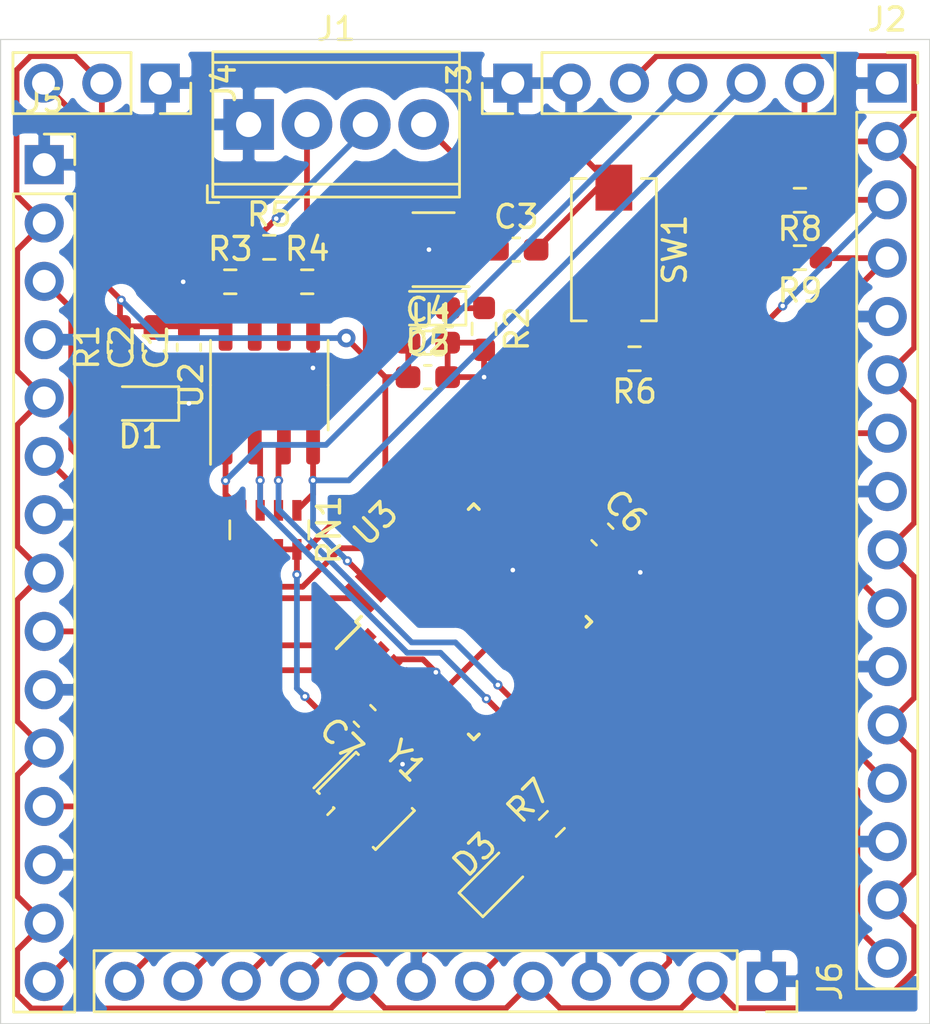
<source format=kicad_pcb>
(kicad_pcb (version 20171130) (host pcbnew 5.1.10)

  (general
    (thickness 1.6)
    (drawings 4)
    (tracks 323)
    (zones 0)
    (modules 31)
    (nets 36)
  )

  (page A4)
  (layers
    (0 F.Cu signal)
    (31 B.Cu signal)
    (32 B.Adhes user)
    (33 F.Adhes user)
    (34 B.Paste user)
    (35 F.Paste user)
    (36 B.SilkS user)
    (37 F.SilkS user)
    (38 B.Mask user)
    (39 F.Mask user)
    (40 Dwgs.User user)
    (41 Cmts.User user)
    (42 Eco1.User user)
    (43 Eco2.User user)
    (44 Edge.Cuts user)
    (45 Margin user)
    (46 B.CrtYd user)
    (47 F.CrtYd user)
    (48 B.Fab user)
    (49 F.Fab user hide)
  )

  (setup
    (last_trace_width 0.25)
    (trace_clearance 0.2)
    (zone_clearance 0.508)
    (zone_45_only no)
    (trace_min 0.2)
    (via_size 0.8)
    (via_drill 0.4)
    (via_min_size 0.3)
    (via_min_drill 0.2)
    (user_via 0.4 0.2)
    (uvia_size 0.3)
    (uvia_drill 0.1)
    (uvias_allowed no)
    (uvia_min_size 0.2)
    (uvia_min_drill 0.1)
    (edge_width 0.05)
    (segment_width 0.2)
    (pcb_text_width 0.3)
    (pcb_text_size 1.5 1.5)
    (mod_edge_width 0.12)
    (mod_text_size 1 1)
    (mod_text_width 0.15)
    (pad_size 1.524 1.524)
    (pad_drill 0.762)
    (pad_to_mask_clearance 0)
    (aux_axis_origin 0 0)
    (visible_elements FFFFFF7F)
    (pcbplotparams
      (layerselection 0x010fc_ffffffff)
      (usegerberextensions false)
      (usegerberattributes true)
      (usegerberadvancedattributes true)
      (creategerberjobfile true)
      (excludeedgelayer true)
      (linewidth 0.100000)
      (plotframeref false)
      (viasonmask false)
      (mode 1)
      (useauxorigin false)
      (hpglpennumber 1)
      (hpglpenspeed 20)
      (hpglpendiameter 15.000000)
      (psnegative false)
      (psa4output false)
      (plotreference true)
      (plotvalue true)
      (plotinvisibletext false)
      (padsonsilk false)
      (subtractmaskfromsilk false)
      (outputformat 1)
      (mirror false)
      (drillshape 1)
      (scaleselection 1)
      (outputdirectory ""))
  )

  (net 0 "")
  (net 1 +5V)
  (net 2 GND)
  (net 3 /RAW)
  (net 4 "Net-(C6-Pad1)")
  (net 5 "Net-(D1-Pad2)")
  (net 6 "Net-(D2-Pad1)")
  (net 7 "Net-(D3-Pad2)")
  (net 8 /RS485_B)
  (net 9 /RS485_A)
  (net 10 /A5-SCL)
  (net 11 /D2)
  (net 12 /D4)
  (net 13 /A6)
  (net 14 /D8)
  (net 15 /A0)
  (net 16 /A2)
  (net 17 /SCK)
  (net 18 /A1)
  (net 19 /A3)
  (net 20 /D3)
  (net 21 /D5)
  (net 22 /A7)
  (net 23 /D9)
  (net 24 /DTR)
  (net 25 /A4-SDA)
  (net 26 /ARDUINO_P_RX)
  (net 27 /ARDUINO_P_TX)
  (net 28 /ARDUINO_P6)
  (net 29 /ARDUINO_P7)
  (net 30 "Net-(U1-Pad4)")
  (net 31 /MISO)
  (net 32 /MOSI)
  (net 33 /SS)
  (net 34 /XTAL2)
  (net 35 /XTAL1)

  (net_class Default "This is the default net class."
    (clearance 0.2)
    (trace_width 0.25)
    (via_dia 0.8)
    (via_drill 0.4)
    (uvia_dia 0.3)
    (uvia_drill 0.1)
    (add_net +5V)
    (add_net /A0)
    (add_net /A1)
    (add_net /A2)
    (add_net /A3)
    (add_net /A4-SDA)
    (add_net /A5-SCL)
    (add_net /A6)
    (add_net /A7)
    (add_net /ARDUINO_P6)
    (add_net /ARDUINO_P7)
    (add_net /ARDUINO_P_RX)
    (add_net /ARDUINO_P_TX)
    (add_net /D2)
    (add_net /D3)
    (add_net /D4)
    (add_net /D5)
    (add_net /D8)
    (add_net /D9)
    (add_net /DTR)
    (add_net /MISO)
    (add_net /MOSI)
    (add_net /RAW)
    (add_net /RS485_A)
    (add_net /RS485_B)
    (add_net /SCK)
    (add_net /SS)
    (add_net /XTAL1)
    (add_net /XTAL2)
    (add_net GND)
    (add_net "Net-(C6-Pad1)")
    (add_net "Net-(D1-Pad2)")
    (add_net "Net-(D2-Pad1)")
    (add_net "Net-(D3-Pad2)")
    (add_net "Net-(U1-Pad4)")
  )

  (module Connector_PinSocket_2.54mm:PinSocket_1x12_P2.54mm_Vertical (layer F.Cu) (tedit 5A19A41D) (tstamp 61B53CC8)
    (at 105.64 86.9 270)
    (descr "Through hole straight socket strip, 1x12, 2.54mm pitch, single row (from Kicad 4.0.7), script generated")
    (tags "Through hole socket strip THT 1x12 2.54mm single row")
    (path /61EFA73B)
    (fp_text reference J6 (at 0 -2.77 90) (layer F.SilkS)
      (effects (font (size 1 1) (thickness 0.15)))
    )
    (fp_text value Conn_01x12 (at 0 30.71 90) (layer F.Fab)
      (effects (font (size 1 1) (thickness 0.15)))
    )
    (fp_text user %R (at 0 13.97) (layer F.Fab)
      (effects (font (size 1 1) (thickness 0.15)))
    )
    (fp_line (start -1.27 -1.27) (end 0.635 -1.27) (layer F.Fab) (width 0.1))
    (fp_line (start 0.635 -1.27) (end 1.27 -0.635) (layer F.Fab) (width 0.1))
    (fp_line (start 1.27 -0.635) (end 1.27 29.21) (layer F.Fab) (width 0.1))
    (fp_line (start 1.27 29.21) (end -1.27 29.21) (layer F.Fab) (width 0.1))
    (fp_line (start -1.27 29.21) (end -1.27 -1.27) (layer F.Fab) (width 0.1))
    (fp_line (start -1.33 1.27) (end 1.33 1.27) (layer F.SilkS) (width 0.12))
    (fp_line (start -1.33 1.27) (end -1.33 29.27) (layer F.SilkS) (width 0.12))
    (fp_line (start -1.33 29.27) (end 1.33 29.27) (layer F.SilkS) (width 0.12))
    (fp_line (start 1.33 1.27) (end 1.33 29.27) (layer F.SilkS) (width 0.12))
    (fp_line (start 1.33 -1.33) (end 1.33 0) (layer F.SilkS) (width 0.12))
    (fp_line (start 0 -1.33) (end 1.33 -1.33) (layer F.SilkS) (width 0.12))
    (fp_line (start -1.8 -1.8) (end 1.75 -1.8) (layer F.CrtYd) (width 0.05))
    (fp_line (start 1.75 -1.8) (end 1.75 29.7) (layer F.CrtYd) (width 0.05))
    (fp_line (start 1.75 29.7) (end -1.8 29.7) (layer F.CrtYd) (width 0.05))
    (fp_line (start -1.8 29.7) (end -1.8 -1.8) (layer F.CrtYd) (width 0.05))
    (pad 12 thru_hole oval (at 0 27.94 270) (size 1.7 1.7) (drill 1) (layers *.Cu *.Mask)
      (net 33 /SS))
    (pad 11 thru_hole oval (at 0 25.4 270) (size 1.7 1.7) (drill 1) (layers *.Cu *.Mask)
      (net 32 /MOSI))
    (pad 10 thru_hole oval (at 0 22.86 270) (size 1.7 1.7) (drill 1) (layers *.Cu *.Mask)
      (net 31 /MISO))
    (pad 9 thru_hole oval (at 0 20.32 270) (size 1.7 1.7) (drill 1) (layers *.Cu *.Mask)
      (net 17 /SCK))
    (pad 8 thru_hole oval (at 0 17.78 270) (size 1.7 1.7) (drill 1) (layers *.Cu *.Mask)
      (net 1 +5V))
    (pad 7 thru_hole oval (at 0 15.24 270) (size 1.7 1.7) (drill 1) (layers *.Cu *.Mask)
      (net 2 GND))
    (pad 6 thru_hole oval (at 0 12.7 270) (size 1.7 1.7) (drill 1) (layers *.Cu *.Mask)
      (net 13 /A6))
    (pad 5 thru_hole oval (at 0 10.16 270) (size 1.7 1.7) (drill 1) (layers *.Cu *.Mask)
      (net 1 +5V))
    (pad 4 thru_hole oval (at 0 7.62 270) (size 1.7 1.7) (drill 1) (layers *.Cu *.Mask)
      (net 2 GND))
    (pad 3 thru_hole oval (at 0 5.08 270) (size 1.7 1.7) (drill 1) (layers *.Cu *.Mask)
      (net 22 /A7))
    (pad 2 thru_hole oval (at 0 2.54 270) (size 1.7 1.7) (drill 1) (layers *.Cu *.Mask)
      (net 1 +5V))
    (pad 1 thru_hole rect (at 0 0 270) (size 1.7 1.7) (drill 1) (layers *.Cu *.Mask)
      (net 2 GND))
    (model ${KISYS3DMOD}/Connector_PinSocket_2.54mm.3dshapes/PinSocket_1x12_P2.54mm_Vertical.wrl
      (at (xyz 0 0 0))
      (scale (xyz 1 1 1))
      (rotate (xyz 0 0 0))
    )
  )

  (module Connector_PinSocket_2.54mm:PinSocket_1x15_P2.54mm_Vertical (layer F.Cu) (tedit 5A19A41D) (tstamp 61B52F55)
    (at 74.2 51.35)
    (descr "Through hole straight socket strip, 1x15, 2.54mm pitch, single row (from Kicad 4.0.7), script generated")
    (tags "Through hole socket strip THT 1x15 2.54mm single row")
    (path /61E689D0)
    (fp_text reference J5 (at 0 -2.77) (layer F.SilkS)
      (effects (font (size 1 1) (thickness 0.15)))
    )
    (fp_text value Conn_01x15 (at 0 38.33) (layer F.Fab)
      (effects (font (size 1 1) (thickness 0.15)))
    )
    (fp_text user %R (at 0 17.78 90) (layer F.Fab)
      (effects (font (size 1 1) (thickness 0.15)))
    )
    (fp_line (start -1.27 -1.27) (end 0.635 -1.27) (layer F.Fab) (width 0.1))
    (fp_line (start 0.635 -1.27) (end 1.27 -0.635) (layer F.Fab) (width 0.1))
    (fp_line (start 1.27 -0.635) (end 1.27 36.83) (layer F.Fab) (width 0.1))
    (fp_line (start 1.27 36.83) (end -1.27 36.83) (layer F.Fab) (width 0.1))
    (fp_line (start -1.27 36.83) (end -1.27 -1.27) (layer F.Fab) (width 0.1))
    (fp_line (start -1.33 1.27) (end 1.33 1.27) (layer F.SilkS) (width 0.12))
    (fp_line (start -1.33 1.27) (end -1.33 36.89) (layer F.SilkS) (width 0.12))
    (fp_line (start -1.33 36.89) (end 1.33 36.89) (layer F.SilkS) (width 0.12))
    (fp_line (start 1.33 1.27) (end 1.33 36.89) (layer F.SilkS) (width 0.12))
    (fp_line (start 1.33 -1.33) (end 1.33 0) (layer F.SilkS) (width 0.12))
    (fp_line (start 0 -1.33) (end 1.33 -1.33) (layer F.SilkS) (width 0.12))
    (fp_line (start -1.8 -1.8) (end 1.75 -1.8) (layer F.CrtYd) (width 0.05))
    (fp_line (start 1.75 -1.8) (end 1.75 37.3) (layer F.CrtYd) (width 0.05))
    (fp_line (start 1.75 37.3) (end -1.8 37.3) (layer F.CrtYd) (width 0.05))
    (fp_line (start -1.8 37.3) (end -1.8 -1.8) (layer F.CrtYd) (width 0.05))
    (pad 15 thru_hole oval (at 0 35.56) (size 1.7 1.7) (drill 1) (layers *.Cu *.Mask)
      (net 23 /D9))
    (pad 14 thru_hole oval (at 0 33.02) (size 1.7 1.7) (drill 1) (layers *.Cu *.Mask)
      (net 1 +5V))
    (pad 13 thru_hole oval (at 0 30.48) (size 1.7 1.7) (drill 1) (layers *.Cu *.Mask)
      (net 2 GND))
    (pad 12 thru_hole oval (at 0 27.94) (size 1.7 1.7) (drill 1) (layers *.Cu *.Mask)
      (net 14 /D8))
    (pad 11 thru_hole oval (at 0 25.4) (size 1.7 1.7) (drill 1) (layers *.Cu *.Mask)
      (net 1 +5V))
    (pad 10 thru_hole oval (at 0 22.86) (size 1.7 1.7) (drill 1) (layers *.Cu *.Mask)
      (net 2 GND))
    (pad 9 thru_hole oval (at 0 20.32) (size 1.7 1.7) (drill 1) (layers *.Cu *.Mask)
      (net 21 /D5))
    (pad 8 thru_hole oval (at 0 17.78) (size 1.7 1.7) (drill 1) (layers *.Cu *.Mask)
      (net 1 +5V))
    (pad 7 thru_hole oval (at 0 15.24) (size 1.7 1.7) (drill 1) (layers *.Cu *.Mask)
      (net 2 GND))
    (pad 6 thru_hole oval (at 0 12.7) (size 1.7 1.7) (drill 1) (layers *.Cu *.Mask)
      (net 12 /D4))
    (pad 5 thru_hole oval (at 0 10.16) (size 1.7 1.7) (drill 1) (layers *.Cu *.Mask)
      (net 1 +5V))
    (pad 4 thru_hole oval (at 0 7.62) (size 1.7 1.7) (drill 1) (layers *.Cu *.Mask)
      (net 2 GND))
    (pad 3 thru_hole oval (at 0 5.08) (size 1.7 1.7) (drill 1) (layers *.Cu *.Mask)
      (net 20 /D3))
    (pad 2 thru_hole oval (at 0 2.54) (size 1.7 1.7) (drill 1) (layers *.Cu *.Mask)
      (net 1 +5V))
    (pad 1 thru_hole rect (at 0 0) (size 1.7 1.7) (drill 1) (layers *.Cu *.Mask)
      (net 2 GND))
    (model ${KISYS3DMOD}/Connector_PinSocket_2.54mm.3dshapes/PinSocket_1x15_P2.54mm_Vertical.wrl
      (at (xyz 0 0 0))
      (scale (xyz 1 1 1))
      (rotate (xyz 0 0 0))
    )
  )

  (module Connector_PinSocket_2.54mm:PinSocket_1x16_P2.54mm_Vertical (layer F.Cu) (tedit 5A19A41E) (tstamp 61B52190)
    (at 110.9 47.8)
    (descr "Through hole straight socket strip, 1x16, 2.54mm pitch, single row (from Kicad 4.0.7), script generated")
    (tags "Through hole socket strip THT 1x16 2.54mm single row")
    (path /61E39394)
    (fp_text reference J2 (at 0 -2.77) (layer F.SilkS)
      (effects (font (size 1 1) (thickness 0.15)))
    )
    (fp_text value Conn_01x16 (at 0 40.87) (layer F.Fab)
      (effects (font (size 1 1) (thickness 0.15)))
    )
    (fp_text user %R (at 0 19.05 90) (layer F.Fab)
      (effects (font (size 1 1) (thickness 0.15)))
    )
    (fp_line (start -1.27 -1.27) (end 0.635 -1.27) (layer F.Fab) (width 0.1))
    (fp_line (start 0.635 -1.27) (end 1.27 -0.635) (layer F.Fab) (width 0.1))
    (fp_line (start 1.27 -0.635) (end 1.27 39.37) (layer F.Fab) (width 0.1))
    (fp_line (start 1.27 39.37) (end -1.27 39.37) (layer F.Fab) (width 0.1))
    (fp_line (start -1.27 39.37) (end -1.27 -1.27) (layer F.Fab) (width 0.1))
    (fp_line (start -1.33 1.27) (end 1.33 1.27) (layer F.SilkS) (width 0.12))
    (fp_line (start -1.33 1.27) (end -1.33 39.43) (layer F.SilkS) (width 0.12))
    (fp_line (start -1.33 39.43) (end 1.33 39.43) (layer F.SilkS) (width 0.12))
    (fp_line (start 1.33 1.27) (end 1.33 39.43) (layer F.SilkS) (width 0.12))
    (fp_line (start 1.33 -1.33) (end 1.33 0) (layer F.SilkS) (width 0.12))
    (fp_line (start 0 -1.33) (end 1.33 -1.33) (layer F.SilkS) (width 0.12))
    (fp_line (start -1.8 -1.8) (end 1.75 -1.8) (layer F.CrtYd) (width 0.05))
    (fp_line (start 1.75 -1.8) (end 1.75 39.9) (layer F.CrtYd) (width 0.05))
    (fp_line (start 1.75 39.9) (end -1.8 39.9) (layer F.CrtYd) (width 0.05))
    (fp_line (start -1.8 39.9) (end -1.8 -1.8) (layer F.CrtYd) (width 0.05))
    (pad 16 thru_hole oval (at 0 38.1) (size 1.7 1.7) (drill 1) (layers *.Cu *.Mask)
      (net 15 /A0))
    (pad 15 thru_hole oval (at 0 35.56) (size 1.7 1.7) (drill 1) (layers *.Cu *.Mask)
      (net 1 +5V))
    (pad 14 thru_hole oval (at 0 33.02) (size 1.7 1.7) (drill 1) (layers *.Cu *.Mask)
      (net 2 GND))
    (pad 13 thru_hole oval (at 0 30.48) (size 1.7 1.7) (drill 1) (layers *.Cu *.Mask)
      (net 18 /A1))
    (pad 12 thru_hole oval (at 0 27.94) (size 1.7 1.7) (drill 1) (layers *.Cu *.Mask)
      (net 1 +5V))
    (pad 11 thru_hole oval (at 0 25.4) (size 1.7 1.7) (drill 1) (layers *.Cu *.Mask)
      (net 2 GND))
    (pad 10 thru_hole oval (at 0 22.86) (size 1.7 1.7) (drill 1) (layers *.Cu *.Mask)
      (net 16 /A2))
    (pad 9 thru_hole oval (at 0 20.32) (size 1.7 1.7) (drill 1) (layers *.Cu *.Mask)
      (net 1 +5V))
    (pad 8 thru_hole oval (at 0 17.78) (size 1.7 1.7) (drill 1) (layers *.Cu *.Mask)
      (net 2 GND))
    (pad 7 thru_hole oval (at 0 15.24) (size 1.7 1.7) (drill 1) (layers *.Cu *.Mask)
      (net 19 /A3))
    (pad 6 thru_hole oval (at 0 12.7) (size 1.7 1.7) (drill 1) (layers *.Cu *.Mask)
      (net 1 +5V))
    (pad 5 thru_hole oval (at 0 10.16) (size 1.7 1.7) (drill 1) (layers *.Cu *.Mask)
      (net 2 GND))
    (pad 4 thru_hole oval (at 0 7.62) (size 1.7 1.7) (drill 1) (layers *.Cu *.Mask)
      (net 25 /A4-SDA))
    (pad 3 thru_hole oval (at 0 5.08) (size 1.7 1.7) (drill 1) (layers *.Cu *.Mask)
      (net 10 /A5-SCL))
    (pad 2 thru_hole oval (at 0 2.54) (size 1.7 1.7) (drill 1) (layers *.Cu *.Mask)
      (net 1 +5V))
    (pad 1 thru_hole rect (at 0 0) (size 1.7 1.7) (drill 1) (layers *.Cu *.Mask)
      (net 2 GND))
    (model ${KISYS3DMOD}/Connector_PinSocket_2.54mm.3dshapes/PinSocket_1x16_P2.54mm_Vertical.wrl
      (at (xyz 0 0 0))
      (scale (xyz 1 1 1))
      (rotate (xyz 0 0 0))
    )
  )

  (module Connector_PinHeader_2.54mm:PinHeader_1x06_P2.54mm_Vertical (layer F.Cu) (tedit 59FED5CC) (tstamp 61B475E5)
    (at 94.6 47.8 90)
    (descr "Through hole straight pin header, 1x06, 2.54mm pitch, single row")
    (tags "Through hole pin header THT 1x06 2.54mm single row")
    (path /61EAEC83)
    (fp_text reference J3 (at 0 -2.33 90) (layer F.SilkS)
      (effects (font (size 1 1) (thickness 0.15)))
    )
    (fp_text value Conn_01x06 (at 0 15.03 90) (layer F.Fab)
      (effects (font (size 1 1) (thickness 0.15)))
    )
    (fp_line (start 1.8 -1.8) (end -1.8 -1.8) (layer F.CrtYd) (width 0.05))
    (fp_line (start 1.8 14.5) (end 1.8 -1.8) (layer F.CrtYd) (width 0.05))
    (fp_line (start -1.8 14.5) (end 1.8 14.5) (layer F.CrtYd) (width 0.05))
    (fp_line (start -1.8 -1.8) (end -1.8 14.5) (layer F.CrtYd) (width 0.05))
    (fp_line (start -1.33 -1.33) (end 0 -1.33) (layer F.SilkS) (width 0.12))
    (fp_line (start -1.33 0) (end -1.33 -1.33) (layer F.SilkS) (width 0.12))
    (fp_line (start -1.33 1.27) (end 1.33 1.27) (layer F.SilkS) (width 0.12))
    (fp_line (start 1.33 1.27) (end 1.33 14.03) (layer F.SilkS) (width 0.12))
    (fp_line (start -1.33 1.27) (end -1.33 14.03) (layer F.SilkS) (width 0.12))
    (fp_line (start -1.33 14.03) (end 1.33 14.03) (layer F.SilkS) (width 0.12))
    (fp_line (start -1.27 -0.635) (end -0.635 -1.27) (layer F.Fab) (width 0.1))
    (fp_line (start -1.27 13.97) (end -1.27 -0.635) (layer F.Fab) (width 0.1))
    (fp_line (start 1.27 13.97) (end -1.27 13.97) (layer F.Fab) (width 0.1))
    (fp_line (start 1.27 -1.27) (end 1.27 13.97) (layer F.Fab) (width 0.1))
    (fp_line (start -0.635 -1.27) (end 1.27 -1.27) (layer F.Fab) (width 0.1))
    (fp_text user %R (at 0 6.35) (layer F.Fab)
      (effects (font (size 1 1) (thickness 0.15)))
    )
    (pad 6 thru_hole oval (at 0 12.7 90) (size 1.7 1.7) (drill 1) (layers *.Cu *.Mask)
      (net 24 /DTR))
    (pad 5 thru_hole oval (at 0 10.16 90) (size 1.7 1.7) (drill 1) (layers *.Cu *.Mask)
      (net 27 /ARDUINO_P_TX))
    (pad 4 thru_hole oval (at 0 7.62 90) (size 1.7 1.7) (drill 1) (layers *.Cu *.Mask)
      (net 26 /ARDUINO_P_RX))
    (pad 3 thru_hole oval (at 0 5.08 90) (size 1.7 1.7) (drill 1) (layers *.Cu *.Mask)
      (net 1 +5V))
    (pad 2 thru_hole oval (at 0 2.54 90) (size 1.7 1.7) (drill 1) (layers *.Cu *.Mask)
      (net 2 GND))
    (pad 1 thru_hole rect (at 0 0 90) (size 1.7 1.7) (drill 1) (layers *.Cu *.Mask)
      (net 2 GND))
    (model ${KISYS3DMOD}/Connector_PinHeader_2.54mm.3dshapes/PinHeader_1x06_P2.54mm_Vertical.wrl
      (at (xyz 0 0 0))
      (scale (xyz 1 1 1))
      (rotate (xyz 0 0 0))
    )
  )

  (module Package_QFP:TQFP-32_7x7mm_P0.8mm (layer F.Cu) (tedit 5A02F146) (tstamp 61B2EE5F)
    (at 92.9 71.25 45)
    (descr "32-Lead Plastic Thin Quad Flatpack (PT) - 7x7x1.0 mm Body, 2.00 mm [TQFP] (see Microchip Packaging Specification 00000049BS.pdf)")
    (tags "QFP 0.8")
    (path /61AA57EE)
    (attr smd)
    (fp_text reference U3 (at 0 -6.05 45) (layer F.SilkS)
      (effects (font (size 1 1) (thickness 0.15)))
    )
    (fp_text value ATmega328P-AU (at 0 6.05 45) (layer F.Fab)
      (effects (font (size 1 1) (thickness 0.15)))
    )
    (fp_line (start -3.625 -3.4) (end -5.05 -3.4) (layer F.SilkS) (width 0.15))
    (fp_line (start 3.625 -3.625) (end 3.3 -3.625) (layer F.SilkS) (width 0.15))
    (fp_line (start 3.625 3.625) (end 3.3 3.625) (layer F.SilkS) (width 0.15))
    (fp_line (start -3.625 3.625) (end -3.3 3.625) (layer F.SilkS) (width 0.15))
    (fp_line (start -3.625 -3.625) (end -3.3 -3.625) (layer F.SilkS) (width 0.15))
    (fp_line (start -3.625 3.625) (end -3.625 3.3) (layer F.SilkS) (width 0.15))
    (fp_line (start 3.625 3.625) (end 3.625 3.3) (layer F.SilkS) (width 0.15))
    (fp_line (start 3.625 -3.625) (end 3.625 -3.3) (layer F.SilkS) (width 0.15))
    (fp_line (start -3.625 -3.625) (end -3.625 -3.4) (layer F.SilkS) (width 0.15))
    (fp_line (start -5.3 5.3) (end 5.3 5.3) (layer F.CrtYd) (width 0.05))
    (fp_line (start -5.3 -5.3) (end 5.3 -5.3) (layer F.CrtYd) (width 0.05))
    (fp_line (start 5.3 -5.3) (end 5.3 5.3) (layer F.CrtYd) (width 0.05))
    (fp_line (start -5.3 -5.3) (end -5.3 5.3) (layer F.CrtYd) (width 0.05))
    (fp_line (start -3.5 -2.5) (end -2.5 -3.5) (layer F.Fab) (width 0.15))
    (fp_line (start -3.5 3.5) (end -3.5 -2.5) (layer F.Fab) (width 0.15))
    (fp_line (start 3.5 3.5) (end -3.5 3.5) (layer F.Fab) (width 0.15))
    (fp_line (start 3.5 -3.5) (end 3.5 3.5) (layer F.Fab) (width 0.15))
    (fp_line (start -2.5 -3.5) (end 3.5 -3.5) (layer F.Fab) (width 0.15))
    (fp_text user %R (at 0 0 45) (layer F.Fab)
      (effects (font (size 1 1) (thickness 0.15)))
    )
    (pad 32 smd rect (at -2.8 -4.25 135) (size 1.6 0.55) (layers F.Cu F.Paste F.Mask)
      (net 11 /D2))
    (pad 31 smd rect (at -2 -4.25 135) (size 1.6 0.55) (layers F.Cu F.Paste F.Mask)
      (net 27 /ARDUINO_P_TX))
    (pad 30 smd rect (at -1.2 -4.25 135) (size 1.6 0.55) (layers F.Cu F.Paste F.Mask)
      (net 26 /ARDUINO_P_RX))
    (pad 29 smd rect (at -0.4 -4.25 135) (size 1.6 0.55) (layers F.Cu F.Paste F.Mask)
      (net 24 /DTR))
    (pad 28 smd rect (at 0.4 -4.25 135) (size 1.6 0.55) (layers F.Cu F.Paste F.Mask)
      (net 10 /A5-SCL))
    (pad 27 smd rect (at 1.2 -4.25 135) (size 1.6 0.55) (layers F.Cu F.Paste F.Mask)
      (net 25 /A4-SDA))
    (pad 26 smd rect (at 2 -4.25 135) (size 1.6 0.55) (layers F.Cu F.Paste F.Mask)
      (net 19 /A3))
    (pad 25 smd rect (at 2.8 -4.25 135) (size 1.6 0.55) (layers F.Cu F.Paste F.Mask)
      (net 16 /A2))
    (pad 24 smd rect (at 4.25 -2.8 45) (size 1.6 0.55) (layers F.Cu F.Paste F.Mask)
      (net 18 /A1))
    (pad 23 smd rect (at 4.25 -2 45) (size 1.6 0.55) (layers F.Cu F.Paste F.Mask)
      (net 15 /A0))
    (pad 22 smd rect (at 4.25 -1.2 45) (size 1.6 0.55) (layers F.Cu F.Paste F.Mask)
      (net 22 /A7))
    (pad 21 smd rect (at 4.25 -0.4 45) (size 1.6 0.55) (layers F.Cu F.Paste F.Mask)
      (net 2 GND))
    (pad 20 smd rect (at 4.25 0.4 45) (size 1.6 0.55) (layers F.Cu F.Paste F.Mask)
      (net 4 "Net-(C6-Pad1)"))
    (pad 19 smd rect (at 4.25 1.2 45) (size 1.6 0.55) (layers F.Cu F.Paste F.Mask)
      (net 13 /A6))
    (pad 18 smd rect (at 4.25 2 45) (size 1.6 0.55) (layers F.Cu F.Paste F.Mask)
      (net 1 +5V))
    (pad 17 smd rect (at 4.25 2.8 45) (size 1.6 0.55) (layers F.Cu F.Paste F.Mask)
      (net 17 /SCK))
    (pad 16 smd rect (at 2.8 4.25 135) (size 1.6 0.55) (layers F.Cu F.Paste F.Mask)
      (net 31 /MISO))
    (pad 15 smd rect (at 2 4.25 135) (size 1.6 0.55) (layers F.Cu F.Paste F.Mask)
      (net 32 /MOSI))
    (pad 14 smd rect (at 1.2 4.25 135) (size 1.6 0.55) (layers F.Cu F.Paste F.Mask)
      (net 33 /SS))
    (pad 13 smd rect (at 0.4 4.25 135) (size 1.6 0.55) (layers F.Cu F.Paste F.Mask)
      (net 23 /D9))
    (pad 12 smd rect (at -0.4 4.25 135) (size 1.6 0.55) (layers F.Cu F.Paste F.Mask)
      (net 14 /D8))
    (pad 11 smd rect (at -1.2 4.25 135) (size 1.6 0.55) (layers F.Cu F.Paste F.Mask)
      (net 29 /ARDUINO_P7))
    (pad 10 smd rect (at -2 4.25 135) (size 1.6 0.55) (layers F.Cu F.Paste F.Mask)
      (net 28 /ARDUINO_P6))
    (pad 9 smd rect (at -2.8 4.25 135) (size 1.6 0.55) (layers F.Cu F.Paste F.Mask)
      (net 21 /D5))
    (pad 8 smd rect (at -4.25 2.8 45) (size 1.6 0.55) (layers F.Cu F.Paste F.Mask)
      (net 34 /XTAL2))
    (pad 7 smd rect (at -4.25 2 45) (size 1.6 0.55) (layers F.Cu F.Paste F.Mask)
      (net 35 /XTAL1))
    (pad 6 smd rect (at -4.25 1.2 45) (size 1.6 0.55) (layers F.Cu F.Paste F.Mask)
      (net 1 +5V))
    (pad 5 smd rect (at -4.25 0.4 45) (size 1.6 0.55) (layers F.Cu F.Paste F.Mask)
      (net 2 GND))
    (pad 4 smd rect (at -4.25 -0.4 45) (size 1.6 0.55) (layers F.Cu F.Paste F.Mask)
      (net 1 +5V))
    (pad 3 smd rect (at -4.25 -1.2 45) (size 1.6 0.55) (layers F.Cu F.Paste F.Mask)
      (net 2 GND))
    (pad 2 smd rect (at -4.25 -2 45) (size 1.6 0.55) (layers F.Cu F.Paste F.Mask)
      (net 12 /D4))
    (pad 1 smd rect (at -4.25 -2.8 45) (size 1.6 0.55) (layers F.Cu F.Paste F.Mask)
      (net 20 /D3))
    (model ${KISYS3DMOD}/Package_QFP.3dshapes/TQFP-32_7x7mm_P0.8mm.wrl
      (at (xyz 0 0 0))
      (scale (xyz 1 1 1))
      (rotate (xyz 0 0 0))
    )
  )

  (module Connector_PinSocket_2.54mm:PinSocket_1x03_P2.54mm_Vertical (layer F.Cu) (tedit 5A19A429) (tstamp 61B38F3F)
    (at 79.25 47.8 270)
    (descr "Through hole straight socket strip, 1x03, 2.54mm pitch, single row (from Kicad 4.0.7), script generated")
    (tags "Through hole socket strip THT 1x03 2.54mm single row")
    (path /61B19F1C)
    (fp_text reference J4 (at 0 -2.77 90) (layer F.SilkS)
      (effects (font (size 1 1) (thickness 0.15)))
    )
    (fp_text value Conn_01x03 (at 0 7.85 90) (layer F.Fab)
      (effects (font (size 1 1) (thickness 0.15)))
    )
    (fp_line (start -1.27 -1.27) (end 0.635 -1.27) (layer F.Fab) (width 0.1))
    (fp_line (start 0.635 -1.27) (end 1.27 -0.635) (layer F.Fab) (width 0.1))
    (fp_line (start 1.27 -0.635) (end 1.27 6.35) (layer F.Fab) (width 0.1))
    (fp_line (start 1.27 6.35) (end -1.27 6.35) (layer F.Fab) (width 0.1))
    (fp_line (start -1.27 6.35) (end -1.27 -1.27) (layer F.Fab) (width 0.1))
    (fp_line (start -1.33 1.27) (end 1.33 1.27) (layer F.SilkS) (width 0.12))
    (fp_line (start -1.33 1.27) (end -1.33 6.41) (layer F.SilkS) (width 0.12))
    (fp_line (start -1.33 6.41) (end 1.33 6.41) (layer F.SilkS) (width 0.12))
    (fp_line (start 1.33 1.27) (end 1.33 6.41) (layer F.SilkS) (width 0.12))
    (fp_line (start 1.33 -1.33) (end 1.33 0) (layer F.SilkS) (width 0.12))
    (fp_line (start 0 -1.33) (end 1.33 -1.33) (layer F.SilkS) (width 0.12))
    (fp_line (start -1.8 -1.8) (end 1.75 -1.8) (layer F.CrtYd) (width 0.05))
    (fp_line (start 1.75 -1.8) (end 1.75 6.85) (layer F.CrtYd) (width 0.05))
    (fp_line (start 1.75 6.85) (end -1.8 6.85) (layer F.CrtYd) (width 0.05))
    (fp_line (start -1.8 6.85) (end -1.8 -1.8) (layer F.CrtYd) (width 0.05))
    (fp_text user %R (at 0 2.54) (layer F.Fab)
      (effects (font (size 1 1) (thickness 0.15)))
    )
    (pad 3 thru_hole oval (at 0 5.08 270) (size 1.7 1.7) (drill 1) (layers *.Cu *.Mask)
      (net 11 /D2))
    (pad 2 thru_hole oval (at 0 2.54 270) (size 1.7 1.7) (drill 1) (layers *.Cu *.Mask)
      (net 1 +5V))
    (pad 1 thru_hole rect (at 0 0 270) (size 1.7 1.7) (drill 1) (layers *.Cu *.Mask)
      (net 2 GND))
    (model ${KISYS3DMOD}/Connector_PinSocket_2.54mm.3dshapes/PinSocket_1x03_P2.54mm_Vertical.wrl
      (at (xyz 0 0 0))
      (scale (xyz 1 1 1))
      (rotate (xyz 0 0 0))
    )
  )

  (module Crystal:Resonator_SMD_muRata_CSTxExxV-3Pin_3.0x1.1mm_HandSoldering (layer F.Cu) (tedit 5AD3593B) (tstamp 61B2EE7C)
    (at 88.2 79.05 315)
    (descr "SMD Resomator/Filter Murata CSTCE, https://www.murata.com/en-eu/products/productdata/8801162264606/SPEC-CSTNE16M0VH3C000R0.pdf")
    (tags "SMD SMT ceramic resonator filter")
    (path /61AC1237)
    (attr smd)
    (fp_text reference Y1 (at 0 -2.45 135) (layer F.SilkS)
      (effects (font (size 1 1) (thickness 0.15)))
    )
    (fp_text value Crystal_GND2_Small (at 0 1.8 135) (layer F.Fab)
      (effects (font (size 0.2 0.2) (thickness 0.03)))
    )
    (fp_line (start 1.8 -1.2) (end 1.65 -1.2) (layer F.SilkS) (width 0.12))
    (fp_line (start 1.8 1.2) (end 1.65 1.2) (layer F.SilkS) (width 0.12))
    (fp_line (start -0.75 1.2) (end -0.8 1.2) (layer F.SilkS) (width 0.12))
    (fp_line (start -1.8 1.2) (end -1.65 1.2) (layer F.SilkS) (width 0.12))
    (fp_line (start -1.8 -1.2) (end -1.65 -1.2) (layer F.SilkS) (width 0.12))
    (fp_line (start -1.75 1.85) (end -1.75 -1.85) (layer F.CrtYd) (width 0.05))
    (fp_line (start 1.75 -1.85) (end 1.75 1.85) (layer F.CrtYd) (width 0.05))
    (fp_line (start -1.75 -1.85) (end 1.75 -1.85) (layer F.CrtYd) (width 0.05))
    (fp_line (start 1.75 1.85) (end -1.75 1.85) (layer F.CrtYd) (width 0.05))
    (fp_line (start -1.5 0.3) (end -1.5 -0.8) (layer F.Fab) (width 0.1))
    (fp_line (start -1 0.8) (end 1.5 0.8) (layer F.Fab) (width 0.1))
    (fp_line (start -1 0.8) (end -1.5 0.3) (layer F.Fab) (width 0.1))
    (fp_line (start 1.5 -0.8) (end -1.5 -0.8) (layer F.Fab) (width 0.1))
    (fp_line (start 1.5 0.8) (end 1.5 -0.8) (layer F.Fab) (width 0.1))
    (fp_line (start -2 0.8) (end -2 1.2) (layer F.SilkS) (width 0.12))
    (fp_line (start -1.8 0.8) (end -1.8 1.2) (layer F.SilkS) (width 0.12))
    (fp_line (start 1.8 0.8) (end 1.8 1.2) (layer F.SilkS) (width 0.12))
    (fp_line (start -2 -1.2) (end -2 0.8) (layer F.SilkS) (width 0.12))
    (fp_line (start -0.75 1.2) (end -0.75 1.6) (layer F.SilkS) (width 0.12))
    (fp_line (start -1.8 0.8) (end -1.8 -1.2) (layer F.SilkS) (width 0.12))
    (fp_line (start 1.8 -1.2) (end 1.8 0.8) (layer F.SilkS) (width 0.12))
    (fp_text user %R (at 0.1 -0.05 135) (layer F.Fab)
      (effects (font (size 0.6 0.6) (thickness 0.08)))
    )
    (pad 3 smd rect (at 1.2 0 315) (size 0.4 3.2) (layers F.Cu F.Paste F.Mask)
      (net 34 /XTAL2))
    (pad 2 smd rect (at 0 0 315) (size 0.4 3.2) (layers F.Cu F.Paste F.Mask)
      (net 2 GND))
    (pad 1 smd rect (at -1.2 0 315) (size 0.4 3.2) (layers F.Cu F.Paste F.Mask)
      (net 35 /XTAL1))
    (model ${KISYS3DMOD}/Crystal.3dshapes/Resonator_SMD_muRata_CSTxExxV-3Pin_3.0x1.1mm.wrl
      (at (xyz 0 0 0))
      (scale (xyz 1 1 1))
      (rotate (xyz 0 0 0))
    )
  )

  (module Package_SO:SOIC-8_3.9x4.9mm_P1.27mm (layer F.Cu) (tedit 5D9F72B1) (tstamp 61B3141B)
    (at 84 60.95 90)
    (descr "SOIC, 8 Pin (JEDEC MS-012AA, https://www.analog.com/media/en/package-pcb-resources/package/pkg_pdf/soic_narrow-r/r_8.pdf), generated with kicad-footprint-generator ipc_gullwing_generator.py")
    (tags "SOIC SO")
    (path /61B4BAC8)
    (attr smd)
    (fp_text reference U2 (at 0 -3.4 90) (layer F.SilkS)
      (effects (font (size 1 1) (thickness 0.15)))
    )
    (fp_text value MAX485E (at 0 3.4 90) (layer F.Fab)
      (effects (font (size 1 1) (thickness 0.15)))
    )
    (fp_line (start 3.7 -2.7) (end -3.7 -2.7) (layer F.CrtYd) (width 0.05))
    (fp_line (start 3.7 2.7) (end 3.7 -2.7) (layer F.CrtYd) (width 0.05))
    (fp_line (start -3.7 2.7) (end 3.7 2.7) (layer F.CrtYd) (width 0.05))
    (fp_line (start -3.7 -2.7) (end -3.7 2.7) (layer F.CrtYd) (width 0.05))
    (fp_line (start -1.95 -1.475) (end -0.975 -2.45) (layer F.Fab) (width 0.1))
    (fp_line (start -1.95 2.45) (end -1.95 -1.475) (layer F.Fab) (width 0.1))
    (fp_line (start 1.95 2.45) (end -1.95 2.45) (layer F.Fab) (width 0.1))
    (fp_line (start 1.95 -2.45) (end 1.95 2.45) (layer F.Fab) (width 0.1))
    (fp_line (start -0.975 -2.45) (end 1.95 -2.45) (layer F.Fab) (width 0.1))
    (fp_line (start 0 -2.56) (end -3.45 -2.56) (layer F.SilkS) (width 0.12))
    (fp_line (start 0 -2.56) (end 1.95 -2.56) (layer F.SilkS) (width 0.12))
    (fp_line (start 0 2.56) (end -1.95 2.56) (layer F.SilkS) (width 0.12))
    (fp_line (start 0 2.56) (end 1.95 2.56) (layer F.SilkS) (width 0.12))
    (fp_text user %R (at 0 0 90) (layer F.Fab)
      (effects (font (size 0.98 0.98) (thickness 0.15)))
    )
    (pad 8 smd roundrect (at 2.475 -1.905 90) (size 1.95 0.6) (layers F.Cu F.Paste F.Mask) (roundrect_rratio 0.25)
      (net 1 +5V))
    (pad 7 smd roundrect (at 2.475 -0.635 90) (size 1.95 0.6) (layers F.Cu F.Paste F.Mask) (roundrect_rratio 0.25)
      (net 8 /RS485_B))
    (pad 6 smd roundrect (at 2.475 0.635 90) (size 1.95 0.6) (layers F.Cu F.Paste F.Mask) (roundrect_rratio 0.25)
      (net 9 /RS485_A))
    (pad 5 smd roundrect (at 2.475 1.905 90) (size 1.95 0.6) (layers F.Cu F.Paste F.Mask) (roundrect_rratio 0.25)
      (net 2 GND))
    (pad 4 smd roundrect (at -2.475 1.905 90) (size 1.95 0.6) (layers F.Cu F.Paste F.Mask) (roundrect_rratio 0.25)
      (net 27 /ARDUINO_P_TX))
    (pad 3 smd roundrect (at -2.475 0.635 90) (size 1.95 0.6) (layers F.Cu F.Paste F.Mask) (roundrect_rratio 0.25)
      (net 29 /ARDUINO_P7))
    (pad 2 smd roundrect (at -2.475 -0.635 90) (size 1.95 0.6) (layers F.Cu F.Paste F.Mask) (roundrect_rratio 0.25)
      (net 28 /ARDUINO_P6))
    (pad 1 smd roundrect (at -2.475 -1.905 90) (size 1.95 0.6) (layers F.Cu F.Paste F.Mask) (roundrect_rratio 0.25)
      (net 26 /ARDUINO_P_RX))
    (model ${KISYS3DMOD}/Package_SO.3dshapes/SOIC-8_3.9x4.9mm_P1.27mm.wrl
      (at (xyz 0 0 0))
      (scale (xyz 1 1 1))
      (rotate (xyz 0 0 0))
    )
  )

  (module Package_TO_SOT_SMD:SOT-23-5 (layer F.Cu) (tedit 5A02FF57) (tstamp 61B2F440)
    (at 91.15 55.05 180)
    (descr "5-pin SOT23 package")
    (tags SOT-23-5)
    (path /61AFCF10)
    (attr smd)
    (fp_text reference U1 (at 0 -2.9) (layer F.SilkS)
      (effects (font (size 1 1) (thickness 0.15)))
    )
    (fp_text value MIC5205-5.0YM5 (at 0 2.9) (layer F.Fab)
      (effects (font (size 1 1) (thickness 0.15)))
    )
    (fp_line (start 0.9 -1.55) (end 0.9 1.55) (layer F.Fab) (width 0.1))
    (fp_line (start 0.9 1.55) (end -0.9 1.55) (layer F.Fab) (width 0.1))
    (fp_line (start -0.9 -0.9) (end -0.9 1.55) (layer F.Fab) (width 0.1))
    (fp_line (start 0.9 -1.55) (end -0.25 -1.55) (layer F.Fab) (width 0.1))
    (fp_line (start -0.9 -0.9) (end -0.25 -1.55) (layer F.Fab) (width 0.1))
    (fp_line (start -1.9 1.8) (end -1.9 -1.8) (layer F.CrtYd) (width 0.05))
    (fp_line (start 1.9 1.8) (end -1.9 1.8) (layer F.CrtYd) (width 0.05))
    (fp_line (start 1.9 -1.8) (end 1.9 1.8) (layer F.CrtYd) (width 0.05))
    (fp_line (start -1.9 -1.8) (end 1.9 -1.8) (layer F.CrtYd) (width 0.05))
    (fp_line (start 0.9 -1.61) (end -1.55 -1.61) (layer F.SilkS) (width 0.12))
    (fp_line (start -0.9 1.61) (end 0.9 1.61) (layer F.SilkS) (width 0.12))
    (fp_text user %R (at 0 0 90) (layer F.Fab)
      (effects (font (size 0.5 0.5) (thickness 0.075)))
    )
    (pad 5 smd rect (at 1.1 -0.95 180) (size 1.06 0.65) (layers F.Cu F.Paste F.Mask)
      (net 1 +5V))
    (pad 4 smd rect (at 1.1 0.95 180) (size 1.06 0.65) (layers F.Cu F.Paste F.Mask)
      (net 30 "Net-(U1-Pad4)"))
    (pad 3 smd rect (at -1.1 0.95 180) (size 1.06 0.65) (layers F.Cu F.Paste F.Mask)
      (net 3 /RAW))
    (pad 2 smd rect (at -1.1 0 180) (size 1.06 0.65) (layers F.Cu F.Paste F.Mask)
      (net 2 GND))
    (pad 1 smd rect (at -1.1 -0.95 180) (size 1.06 0.65) (layers F.Cu F.Paste F.Mask)
      (net 3 /RAW))
    (model ${KISYS3DMOD}/Package_TO_SOT_SMD.3dshapes/SOT-23-5.wrl
      (at (xyz 0 0 0))
      (scale (xyz 1 1 1))
      (rotate (xyz 0 0 0))
    )
  )

  (module Button_Switch_SMD:SW_SPST_EVQPE1 (layer F.Cu) (tedit 5A02FC95) (tstamp 61B2EDF9)
    (at 99 55.05 270)
    (descr "Light Touch Switch, https://industrial.panasonic.com/cdbs/www-data/pdf/ATK0000/ATK0000CE7.pdf")
    (path /61AB727E)
    (attr smd)
    (fp_text reference SW1 (at 0 -2.65 90) (layer F.SilkS)
      (effects (font (size 1 1) (thickness 0.15)))
    )
    (fp_text value SW_Push (at 0 3 90) (layer F.Fab)
      (effects (font (size 1 1) (thickness 0.15)))
    )
    (fp_line (start -3.1 1.85) (end 3.1 1.85) (layer F.SilkS) (width 0.12))
    (fp_line (start 3.1 -1.85) (end -3.1 -1.85) (layer F.SilkS) (width 0.12))
    (fp_line (start -3.1 -1.85) (end -3.1 -1.2) (layer F.SilkS) (width 0.12))
    (fp_line (start -3.1 1.2) (end -3.1 1.85) (layer F.SilkS) (width 0.12))
    (fp_line (start 3.1 1.85) (end 3.1 1.2) (layer F.SilkS) (width 0.12))
    (fp_line (start 3.1 -1.85) (end 3.1 -1.2) (layer F.SilkS) (width 0.12))
    (fp_line (start -3.95 2) (end -3.95 -2) (layer F.CrtYd) (width 0.05))
    (fp_line (start 3.95 2) (end -3.95 2) (layer F.CrtYd) (width 0.05))
    (fp_line (start 3.95 -2) (end 3.95 2) (layer F.CrtYd) (width 0.05))
    (fp_line (start -3.95 -2) (end 3.95 -2) (layer F.CrtYd) (width 0.05))
    (fp_line (start -1.4 0.7) (end -1.4 -0.7) (layer F.Fab) (width 0.1))
    (fp_line (start 1.4 0.7) (end -1.4 0.7) (layer F.Fab) (width 0.1))
    (fp_line (start 1.4 -0.7) (end 1.4 0.7) (layer F.Fab) (width 0.1))
    (fp_line (start -1.4 -0.7) (end 1.4 -0.7) (layer F.Fab) (width 0.1))
    (fp_line (start -3 -1.75) (end 3 -1.75) (layer F.Fab) (width 0.1))
    (fp_line (start -3 1.75) (end -3 -1.75) (layer F.Fab) (width 0.1))
    (fp_line (start 3 1.75) (end -3 1.75) (layer F.Fab) (width 0.1))
    (fp_line (start 3 -1.75) (end 3 1.75) (layer F.Fab) (width 0.1))
    (fp_text user %R (at 0 -2.65 90) (layer F.Fab)
      (effects (font (size 1 1) (thickness 0.15)))
    )
    (pad 1 smd rect (at -2.7 0 270) (size 2 1.6) (layers F.Cu F.Paste F.Mask)
      (net 2 GND))
    (pad 2 smd rect (at 2.7 0 270) (size 2 1.6) (layers F.Cu F.Paste F.Mask)
      (net 24 /DTR))
    (model ${KISYS3DMOD}/Button_Switch_SMD.3dshapes/SW_SPST_EVQPE1.wrl
      (at (xyz 0 0 0))
      (scale (xyz 1 1 1))
      (rotate (xyz 0 0 0))
    )
  )

  (module Resistor_SMD:R_Array_Concave_4x0603 (layer F.Cu) (tedit 58E0A85E) (tstamp 61B31466)
    (at 84 67.25 270)
    (descr "Thick Film Chip Resistor Array, Wave soldering, Vishay CRA06P (see cra06p.pdf)")
    (tags "resistor array")
    (path /61B6FDAA)
    (attr smd)
    (fp_text reference RN1 (at 0 -2.6 90) (layer F.SilkS)
      (effects (font (size 1 1) (thickness 0.15)))
    )
    (fp_text value 10k (at 0 2.6 90) (layer F.Fab)
      (effects (font (size 1 1) (thickness 0.15)))
    )
    (fp_line (start 1.55 1.87) (end -1.55 1.87) (layer F.CrtYd) (width 0.05))
    (fp_line (start 1.55 1.87) (end 1.55 -1.88) (layer F.CrtYd) (width 0.05))
    (fp_line (start -1.55 -1.88) (end -1.55 1.87) (layer F.CrtYd) (width 0.05))
    (fp_line (start -1.55 -1.88) (end 1.55 -1.88) (layer F.CrtYd) (width 0.05))
    (fp_line (start 0.4 -1.72) (end -0.4 -1.72) (layer F.SilkS) (width 0.12))
    (fp_line (start 0.4 1.72) (end -0.4 1.72) (layer F.SilkS) (width 0.12))
    (fp_line (start -0.8 1.6) (end -0.8 -1.6) (layer F.Fab) (width 0.1))
    (fp_line (start 0.8 1.6) (end -0.8 1.6) (layer F.Fab) (width 0.1))
    (fp_line (start 0.8 -1.6) (end 0.8 1.6) (layer F.Fab) (width 0.1))
    (fp_line (start -0.8 -1.6) (end 0.8 -1.6) (layer F.Fab) (width 0.1))
    (fp_text user %R (at 0 0) (layer F.Fab)
      (effects (font (size 0.5 0.5) (thickness 0.075)))
    )
    (pad 5 smd rect (at 0.85 1.2 270) (size 0.9 0.4) (layers F.Cu F.Paste F.Mask)
      (net 1 +5V))
    (pad 6 smd rect (at 0.85 0.4 270) (size 0.9 0.4) (layers F.Cu F.Paste F.Mask)
      (net 1 +5V))
    (pad 7 smd rect (at 0.85 -0.4 270) (size 0.9 0.4) (layers F.Cu F.Paste F.Mask)
      (net 1 +5V))
    (pad 8 smd rect (at 0.85 -1.2 270) (size 0.9 0.4) (layers F.Cu F.Paste F.Mask)
      (net 1 +5V))
    (pad 4 smd rect (at -0.85 1.2 270) (size 0.9 0.4) (layers F.Cu F.Paste F.Mask)
      (net 26 /ARDUINO_P_RX))
    (pad 1 smd rect (at -0.85 -1.2 270) (size 0.9 0.4) (layers F.Cu F.Paste F.Mask)
      (net 27 /ARDUINO_P_TX))
    (pad 3 smd rect (at -0.85 0.4 270) (size 0.9 0.4) (layers F.Cu F.Paste F.Mask)
      (net 28 /ARDUINO_P6))
    (pad 2 smd rect (at -0.85 -0.4 270) (size 0.9 0.4) (layers F.Cu F.Paste F.Mask)
      (net 29 /ARDUINO_P7))
    (model ${KISYS3DMOD}/Resistor_SMD.3dshapes/R_Array_Concave_4x0603.wrl
      (at (xyz 0 0 0))
      (scale (xyz 1 1 1))
      (rotate (xyz 0 0 0))
    )
  )

  (module Resistor_SMD:R_0603_1608Metric_Pad0.98x0.95mm_HandSolder (layer F.Cu) (tedit 5F68FEEE) (tstamp 61B2EDC9)
    (at 107.1 55.4 180)
    (descr "Resistor SMD 0603 (1608 Metric), square (rectangular) end terminal, IPC_7351 nominal with elongated pad for handsoldering. (Body size source: IPC-SM-782 page 72, https://www.pcb-3d.com/wordpress/wp-content/uploads/ipc-sm-782a_amendment_1_and_2.pdf), generated with kicad-footprint-generator")
    (tags "resistor handsolder")
    (path /61F07FD6)
    (attr smd)
    (fp_text reference R9 (at 0 -1.43) (layer F.SilkS)
      (effects (font (size 1 1) (thickness 0.15)))
    )
    (fp_text value 10k (at 0 1.43) (layer F.Fab)
      (effects (font (size 1 1) (thickness 0.15)))
    )
    (fp_line (start 1.65 0.73) (end -1.65 0.73) (layer F.CrtYd) (width 0.05))
    (fp_line (start 1.65 -0.73) (end 1.65 0.73) (layer F.CrtYd) (width 0.05))
    (fp_line (start -1.65 -0.73) (end 1.65 -0.73) (layer F.CrtYd) (width 0.05))
    (fp_line (start -1.65 0.73) (end -1.65 -0.73) (layer F.CrtYd) (width 0.05))
    (fp_line (start -0.254724 0.5225) (end 0.254724 0.5225) (layer F.SilkS) (width 0.12))
    (fp_line (start -0.254724 -0.5225) (end 0.254724 -0.5225) (layer F.SilkS) (width 0.12))
    (fp_line (start 0.8 0.4125) (end -0.8 0.4125) (layer F.Fab) (width 0.1))
    (fp_line (start 0.8 -0.4125) (end 0.8 0.4125) (layer F.Fab) (width 0.1))
    (fp_line (start -0.8 -0.4125) (end 0.8 -0.4125) (layer F.Fab) (width 0.1))
    (fp_line (start -0.8 0.4125) (end -0.8 -0.4125) (layer F.Fab) (width 0.1))
    (fp_text user %R (at 0 0) (layer F.Fab)
      (effects (font (size 0.4 0.4) (thickness 0.06)))
    )
    (pad 2 smd roundrect (at 0.9125 0 180) (size 0.975 0.95) (layers F.Cu F.Paste F.Mask) (roundrect_rratio 0.25)
      (net 1 +5V))
    (pad 1 smd roundrect (at -0.9125 0 180) (size 0.975 0.95) (layers F.Cu F.Paste F.Mask) (roundrect_rratio 0.25)
      (net 25 /A4-SDA))
    (model ${KISYS3DMOD}/Resistor_SMD.3dshapes/R_0603_1608Metric.wrl
      (at (xyz 0 0 0))
      (scale (xyz 1 1 1))
      (rotate (xyz 0 0 0))
    )
  )

  (module Resistor_SMD:R_0603_1608Metric_Pad0.98x0.95mm_HandSolder (layer F.Cu) (tedit 5F68FEEE) (tstamp 61B2EDB8)
    (at 107.1 52.9 180)
    (descr "Resistor SMD 0603 (1608 Metric), square (rectangular) end terminal, IPC_7351 nominal with elongated pad for handsoldering. (Body size source: IPC-SM-782 page 72, https://www.pcb-3d.com/wordpress/wp-content/uploads/ipc-sm-782a_amendment_1_and_2.pdf), generated with kicad-footprint-generator")
    (tags "resistor handsolder")
    (path /61F09873)
    (attr smd)
    (fp_text reference R8 (at 0 -1.25) (layer F.SilkS)
      (effects (font (size 1 1) (thickness 0.15)))
    )
    (fp_text value 10k (at 0 1.43) (layer F.Fab)
      (effects (font (size 1 1) (thickness 0.15)))
    )
    (fp_line (start 1.65 0.73) (end -1.65 0.73) (layer F.CrtYd) (width 0.05))
    (fp_line (start 1.65 -0.73) (end 1.65 0.73) (layer F.CrtYd) (width 0.05))
    (fp_line (start -1.65 -0.73) (end 1.65 -0.73) (layer F.CrtYd) (width 0.05))
    (fp_line (start -1.65 0.73) (end -1.65 -0.73) (layer F.CrtYd) (width 0.05))
    (fp_line (start -0.254724 0.5225) (end 0.254724 0.5225) (layer F.SilkS) (width 0.12))
    (fp_line (start -0.254724 -0.5225) (end 0.254724 -0.5225) (layer F.SilkS) (width 0.12))
    (fp_line (start 0.8 0.4125) (end -0.8 0.4125) (layer F.Fab) (width 0.1))
    (fp_line (start 0.8 -0.4125) (end 0.8 0.4125) (layer F.Fab) (width 0.1))
    (fp_line (start -0.8 -0.4125) (end 0.8 -0.4125) (layer F.Fab) (width 0.1))
    (fp_line (start -0.8 0.4125) (end -0.8 -0.4125) (layer F.Fab) (width 0.1))
    (fp_text user %R (at 0 0) (layer F.Fab)
      (effects (font (size 0.4 0.4) (thickness 0.06)))
    )
    (pad 2 smd roundrect (at 0.9125 0 180) (size 0.975 0.95) (layers F.Cu F.Paste F.Mask) (roundrect_rratio 0.25)
      (net 1 +5V))
    (pad 1 smd roundrect (at -0.9125 0 180) (size 0.975 0.95) (layers F.Cu F.Paste F.Mask) (roundrect_rratio 0.25)
      (net 10 /A5-SCL))
    (model ${KISYS3DMOD}/Resistor_SMD.3dshapes/R_0603_1608Metric.wrl
      (at (xyz 0 0 0))
      (scale (xyz 1 1 1))
      (rotate (xyz 0 0 0))
    )
  )

  (module Resistor_SMD:R_0603_1608Metric_Pad0.98x0.95mm_HandSolder (layer F.Cu) (tedit 5F68FEEE) (tstamp 61B31574)
    (at 96.3 80.05 45)
    (descr "Resistor SMD 0603 (1608 Metric), square (rectangular) end terminal, IPC_7351 nominal with elongated pad for handsoldering. (Body size source: IPC-SM-782 page 72, https://www.pcb-3d.com/wordpress/wp-content/uploads/ipc-sm-782a_amendment_1_and_2.pdf), generated with kicad-footprint-generator")
    (tags "resistor handsolder")
    (path /61AE5B43)
    (attr smd)
    (fp_text reference R7 (at 0 -1.43 45) (layer F.SilkS)
      (effects (font (size 1 1) (thickness 0.15)))
    )
    (fp_text value 300 (at 0 1.43 45) (layer F.Fab)
      (effects (font (size 1 1) (thickness 0.15)))
    )
    (fp_line (start 1.65 0.73) (end -1.65 0.73) (layer F.CrtYd) (width 0.05))
    (fp_line (start 1.65 -0.73) (end 1.65 0.73) (layer F.CrtYd) (width 0.05))
    (fp_line (start -1.65 -0.73) (end 1.65 -0.73) (layer F.CrtYd) (width 0.05))
    (fp_line (start -1.65 0.73) (end -1.65 -0.73) (layer F.CrtYd) (width 0.05))
    (fp_line (start -0.254724 0.5225) (end 0.254724 0.5225) (layer F.SilkS) (width 0.12))
    (fp_line (start -0.254724 -0.5225) (end 0.254724 -0.5225) (layer F.SilkS) (width 0.12))
    (fp_line (start 0.8 0.4125) (end -0.8 0.4125) (layer F.Fab) (width 0.1))
    (fp_line (start 0.8 -0.4125) (end 0.8 0.4125) (layer F.Fab) (width 0.1))
    (fp_line (start -0.8 -0.4125) (end 0.8 -0.4125) (layer F.Fab) (width 0.1))
    (fp_line (start -0.8 0.4125) (end -0.8 -0.4125) (layer F.Fab) (width 0.1))
    (fp_text user %R (at 0 0 45) (layer F.Fab)
      (effects (font (size 0.4 0.4) (thickness 0.06)))
    )
    (pad 2 smd roundrect (at 0.9125 0 45) (size 0.975 0.95) (layers F.Cu F.Paste F.Mask) (roundrect_rratio 0.25)
      (net 17 /SCK))
    (pad 1 smd roundrect (at -0.9125 0 45) (size 0.975 0.95) (layers F.Cu F.Paste F.Mask) (roundrect_rratio 0.25)
      (net 7 "Net-(D3-Pad2)"))
    (model ${KISYS3DMOD}/Resistor_SMD.3dshapes/R_0603_1608Metric.wrl
      (at (xyz 0 0 0))
      (scale (xyz 1 1 1))
      (rotate (xyz 0 0 0))
    )
  )

  (module Resistor_SMD:R_0603_1608Metric_Pad0.98x0.95mm_HandSolder (layer F.Cu) (tedit 5F68FEEE) (tstamp 61B2ED96)
    (at 99.9 59.8 180)
    (descr "Resistor SMD 0603 (1608 Metric), square (rectangular) end terminal, IPC_7351 nominal with elongated pad for handsoldering. (Body size source: IPC-SM-782 page 72, https://www.pcb-3d.com/wordpress/wp-content/uploads/ipc-sm-782a_amendment_1_and_2.pdf), generated with kicad-footprint-generator")
    (tags "resistor handsolder")
    (path /61ABB1A4)
    (attr smd)
    (fp_text reference R6 (at 0 -1.43) (layer F.SilkS)
      (effects (font (size 1 1) (thickness 0.15)))
    )
    (fp_text value 100k (at 0 1.43) (layer F.Fab)
      (effects (font (size 1 1) (thickness 0.15)))
    )
    (fp_line (start 1.65 0.73) (end -1.65 0.73) (layer F.CrtYd) (width 0.05))
    (fp_line (start 1.65 -0.73) (end 1.65 0.73) (layer F.CrtYd) (width 0.05))
    (fp_line (start -1.65 -0.73) (end 1.65 -0.73) (layer F.CrtYd) (width 0.05))
    (fp_line (start -1.65 0.73) (end -1.65 -0.73) (layer F.CrtYd) (width 0.05))
    (fp_line (start -0.254724 0.5225) (end 0.254724 0.5225) (layer F.SilkS) (width 0.12))
    (fp_line (start -0.254724 -0.5225) (end 0.254724 -0.5225) (layer F.SilkS) (width 0.12))
    (fp_line (start 0.8 0.4125) (end -0.8 0.4125) (layer F.Fab) (width 0.1))
    (fp_line (start 0.8 -0.4125) (end 0.8 0.4125) (layer F.Fab) (width 0.1))
    (fp_line (start -0.8 -0.4125) (end 0.8 -0.4125) (layer F.Fab) (width 0.1))
    (fp_line (start -0.8 0.4125) (end -0.8 -0.4125) (layer F.Fab) (width 0.1))
    (fp_text user %R (at 0 0) (layer F.Fab)
      (effects (font (size 0.4 0.4) (thickness 0.06)))
    )
    (pad 2 smd roundrect (at 0.9125 0 180) (size 0.975 0.95) (layers F.Cu F.Paste F.Mask) (roundrect_rratio 0.25)
      (net 24 /DTR))
    (pad 1 smd roundrect (at -0.9125 0 180) (size 0.975 0.95) (layers F.Cu F.Paste F.Mask) (roundrect_rratio 0.25)
      (net 1 +5V))
    (model ${KISYS3DMOD}/Resistor_SMD.3dshapes/R_0603_1608Metric.wrl
      (at (xyz 0 0 0))
      (scale (xyz 1 1 1))
      (rotate (xyz 0 0 0))
    )
  )

  (module Resistor_SMD:R_0603_1608Metric_Pad0.98x0.95mm_HandSolder (layer F.Cu) (tedit 5F68FEEE) (tstamp 61B2ED85)
    (at 84 54.95)
    (descr "Resistor SMD 0603 (1608 Metric), square (rectangular) end terminal, IPC_7351 nominal with elongated pad for handsoldering. (Body size source: IPC-SM-782 page 72, https://www.pcb-3d.com/wordpress/wp-content/uploads/ipc-sm-782a_amendment_1_and_2.pdf), generated with kicad-footprint-generator")
    (tags "resistor handsolder")
    (path /61B8A647)
    (attr smd)
    (fp_text reference R5 (at 0 -1.43) (layer F.SilkS)
      (effects (font (size 1 1) (thickness 0.15)))
    )
    (fp_text value 120 (at 0 1.43) (layer F.Fab)
      (effects (font (size 1 1) (thickness 0.15)))
    )
    (fp_line (start 1.65 0.73) (end -1.65 0.73) (layer F.CrtYd) (width 0.05))
    (fp_line (start 1.65 -0.73) (end 1.65 0.73) (layer F.CrtYd) (width 0.05))
    (fp_line (start -1.65 -0.73) (end 1.65 -0.73) (layer F.CrtYd) (width 0.05))
    (fp_line (start -1.65 0.73) (end -1.65 -0.73) (layer F.CrtYd) (width 0.05))
    (fp_line (start -0.254724 0.5225) (end 0.254724 0.5225) (layer F.SilkS) (width 0.12))
    (fp_line (start -0.254724 -0.5225) (end 0.254724 -0.5225) (layer F.SilkS) (width 0.12))
    (fp_line (start 0.8 0.4125) (end -0.8 0.4125) (layer F.Fab) (width 0.1))
    (fp_line (start 0.8 -0.4125) (end 0.8 0.4125) (layer F.Fab) (width 0.1))
    (fp_line (start -0.8 -0.4125) (end 0.8 -0.4125) (layer F.Fab) (width 0.1))
    (fp_line (start -0.8 0.4125) (end -0.8 -0.4125) (layer F.Fab) (width 0.1))
    (fp_text user %R (at 0 0) (layer F.Fab)
      (effects (font (size 0.4 0.4) (thickness 0.06)))
    )
    (pad 2 smd roundrect (at 0.9125 0) (size 0.975 0.95) (layers F.Cu F.Paste F.Mask) (roundrect_rratio 0.25)
      (net 9 /RS485_A))
    (pad 1 smd roundrect (at -0.9125 0) (size 0.975 0.95) (layers F.Cu F.Paste F.Mask) (roundrect_rratio 0.25)
      (net 8 /RS485_B))
    (model ${KISYS3DMOD}/Resistor_SMD.3dshapes/R_0603_1608Metric.wrl
      (at (xyz 0 0 0))
      (scale (xyz 1 1 1))
      (rotate (xyz 0 0 0))
    )
  )

  (module Resistor_SMD:R_0603_1608Metric_Pad0.98x0.95mm_HandSolder (layer F.Cu) (tedit 5F68FEEE) (tstamp 61B2ED74)
    (at 85.65 56.45)
    (descr "Resistor SMD 0603 (1608 Metric), square (rectangular) end terminal, IPC_7351 nominal with elongated pad for handsoldering. (Body size source: IPC-SM-782 page 72, https://www.pcb-3d.com/wordpress/wp-content/uploads/ipc-sm-782a_amendment_1_and_2.pdf), generated with kicad-footprint-generator")
    (tags "resistor handsolder")
    (path /61B9308C)
    (attr smd)
    (fp_text reference R4 (at 0 -1.43) (layer F.SilkS)
      (effects (font (size 1 1) (thickness 0.15)))
    )
    (fp_text value 20k (at 0 1.43) (layer F.Fab)
      (effects (font (size 1 1) (thickness 0.15)))
    )
    (fp_line (start 1.65 0.73) (end -1.65 0.73) (layer F.CrtYd) (width 0.05))
    (fp_line (start 1.65 -0.73) (end 1.65 0.73) (layer F.CrtYd) (width 0.05))
    (fp_line (start -1.65 -0.73) (end 1.65 -0.73) (layer F.CrtYd) (width 0.05))
    (fp_line (start -1.65 0.73) (end -1.65 -0.73) (layer F.CrtYd) (width 0.05))
    (fp_line (start -0.254724 0.5225) (end 0.254724 0.5225) (layer F.SilkS) (width 0.12))
    (fp_line (start -0.254724 -0.5225) (end 0.254724 -0.5225) (layer F.SilkS) (width 0.12))
    (fp_line (start 0.8 0.4125) (end -0.8 0.4125) (layer F.Fab) (width 0.1))
    (fp_line (start 0.8 -0.4125) (end 0.8 0.4125) (layer F.Fab) (width 0.1))
    (fp_line (start -0.8 -0.4125) (end 0.8 -0.4125) (layer F.Fab) (width 0.1))
    (fp_line (start -0.8 0.4125) (end -0.8 -0.4125) (layer F.Fab) (width 0.1))
    (fp_text user %R (at 0 0) (layer F.Fab)
      (effects (font (size 0.4 0.4) (thickness 0.06)))
    )
    (pad 2 smd roundrect (at 0.9125 0) (size 0.975 0.95) (layers F.Cu F.Paste F.Mask) (roundrect_rratio 0.25)
      (net 1 +5V))
    (pad 1 smd roundrect (at -0.9125 0) (size 0.975 0.95) (layers F.Cu F.Paste F.Mask) (roundrect_rratio 0.25)
      (net 9 /RS485_A))
    (model ${KISYS3DMOD}/Resistor_SMD.3dshapes/R_0603_1608Metric.wrl
      (at (xyz 0 0 0))
      (scale (xyz 1 1 1))
      (rotate (xyz 0 0 0))
    )
  )

  (module Resistor_SMD:R_0603_1608Metric_Pad0.98x0.95mm_HandSolder (layer F.Cu) (tedit 5F68FEEE) (tstamp 61B2ED63)
    (at 82.3 56.45)
    (descr "Resistor SMD 0603 (1608 Metric), square (rectangular) end terminal, IPC_7351 nominal with elongated pad for handsoldering. (Body size source: IPC-SM-782 page 72, https://www.pcb-3d.com/wordpress/wp-content/uploads/ipc-sm-782a_amendment_1_and_2.pdf), generated with kicad-footprint-generator")
    (tags "resistor handsolder")
    (path /61B8E485)
    (attr smd)
    (fp_text reference R3 (at 0 -1.43) (layer F.SilkS)
      (effects (font (size 1 1) (thickness 0.15)))
    )
    (fp_text value 20k (at 0 1.43) (layer F.Fab)
      (effects (font (size 1 1) (thickness 0.15)))
    )
    (fp_line (start 1.65 0.73) (end -1.65 0.73) (layer F.CrtYd) (width 0.05))
    (fp_line (start 1.65 -0.73) (end 1.65 0.73) (layer F.CrtYd) (width 0.05))
    (fp_line (start -1.65 -0.73) (end 1.65 -0.73) (layer F.CrtYd) (width 0.05))
    (fp_line (start -1.65 0.73) (end -1.65 -0.73) (layer F.CrtYd) (width 0.05))
    (fp_line (start -0.254724 0.5225) (end 0.254724 0.5225) (layer F.SilkS) (width 0.12))
    (fp_line (start -0.254724 -0.5225) (end 0.254724 -0.5225) (layer F.SilkS) (width 0.12))
    (fp_line (start 0.8 0.4125) (end -0.8 0.4125) (layer F.Fab) (width 0.1))
    (fp_line (start 0.8 -0.4125) (end 0.8 0.4125) (layer F.Fab) (width 0.1))
    (fp_line (start -0.8 -0.4125) (end 0.8 -0.4125) (layer F.Fab) (width 0.1))
    (fp_line (start -0.8 0.4125) (end -0.8 -0.4125) (layer F.Fab) (width 0.1))
    (fp_text user %R (at 0 0) (layer F.Fab)
      (effects (font (size 0.4 0.4) (thickness 0.06)))
    )
    (pad 2 smd roundrect (at 0.9125 0) (size 0.975 0.95) (layers F.Cu F.Paste F.Mask) (roundrect_rratio 0.25)
      (net 8 /RS485_B))
    (pad 1 smd roundrect (at -0.9125 0) (size 0.975 0.95) (layers F.Cu F.Paste F.Mask) (roundrect_rratio 0.25)
      (net 2 GND))
    (model ${KISYS3DMOD}/Resistor_SMD.3dshapes/R_0603_1608Metric.wrl
      (at (xyz 0 0 0))
      (scale (xyz 1 1 1))
      (rotate (xyz 0 0 0))
    )
  )

  (module Resistor_SMD:R_0603_1608Metric_Pad0.98x0.95mm_HandSolder (layer F.Cu) (tedit 5F68FEEE) (tstamp 61B2ED52)
    (at 93.35 58.5 270)
    (descr "Resistor SMD 0603 (1608 Metric), square (rectangular) end terminal, IPC_7351 nominal with elongated pad for handsoldering. (Body size source: IPC-SM-782 page 72, https://www.pcb-3d.com/wordpress/wp-content/uploads/ipc-sm-782a_amendment_1_and_2.pdf), generated with kicad-footprint-generator")
    (tags "resistor handsolder")
    (path /61B109BA)
    (attr smd)
    (fp_text reference R2 (at 0 -1.43 90) (layer F.SilkS)
      (effects (font (size 1 1) (thickness 0.15)))
    )
    (fp_text value 10k (at 0 1.43 90) (layer F.Fab)
      (effects (font (size 1 1) (thickness 0.15)))
    )
    (fp_line (start 1.65 0.73) (end -1.65 0.73) (layer F.CrtYd) (width 0.05))
    (fp_line (start 1.65 -0.73) (end 1.65 0.73) (layer F.CrtYd) (width 0.05))
    (fp_line (start -1.65 -0.73) (end 1.65 -0.73) (layer F.CrtYd) (width 0.05))
    (fp_line (start -1.65 0.73) (end -1.65 -0.73) (layer F.CrtYd) (width 0.05))
    (fp_line (start -0.254724 0.5225) (end 0.254724 0.5225) (layer F.SilkS) (width 0.12))
    (fp_line (start -0.254724 -0.5225) (end 0.254724 -0.5225) (layer F.SilkS) (width 0.12))
    (fp_line (start 0.8 0.4125) (end -0.8 0.4125) (layer F.Fab) (width 0.1))
    (fp_line (start 0.8 -0.4125) (end 0.8 0.4125) (layer F.Fab) (width 0.1))
    (fp_line (start -0.8 -0.4125) (end 0.8 -0.4125) (layer F.Fab) (width 0.1))
    (fp_line (start -0.8 0.4125) (end -0.8 -0.4125) (layer F.Fab) (width 0.1))
    (fp_text user %R (at 0 0 90) (layer F.Fab)
      (effects (font (size 0.4 0.4) (thickness 0.06)))
    )
    (pad 2 smd roundrect (at 0.9125 0 270) (size 0.975 0.95) (layers F.Cu F.Paste F.Mask) (roundrect_rratio 0.25)
      (net 2 GND))
    (pad 1 smd roundrect (at -0.9125 0 270) (size 0.975 0.95) (layers F.Cu F.Paste F.Mask) (roundrect_rratio 0.25)
      (net 6 "Net-(D2-Pad1)"))
    (model ${KISYS3DMOD}/Resistor_SMD.3dshapes/R_0603_1608Metric.wrl
      (at (xyz 0 0 0))
      (scale (xyz 1 1 1))
      (rotate (xyz 0 0 0))
    )
  )

  (module Resistor_SMD:R_0603_1608Metric_Pad0.98x0.95mm_HandSolder (layer F.Cu) (tedit 5F68FEEE) (tstamp 61B314A5)
    (at 77.5 59.3 90)
    (descr "Resistor SMD 0603 (1608 Metric), square (rectangular) end terminal, IPC_7351 nominal with elongated pad for handsoldering. (Body size source: IPC-SM-782 page 72, https://www.pcb-3d.com/wordpress/wp-content/uploads/ipc-sm-782a_amendment_1_and_2.pdf), generated with kicad-footprint-generator")
    (tags "resistor handsolder")
    (path /61BC9F7D)
    (attr smd)
    (fp_text reference R1 (at 0 -1.43 90) (layer F.SilkS)
      (effects (font (size 1 1) (thickness 0.15)))
    )
    (fp_text value 1k (at 0 1.43 90) (layer F.Fab)
      (effects (font (size 1 1) (thickness 0.15)))
    )
    (fp_line (start 1.65 0.73) (end -1.65 0.73) (layer F.CrtYd) (width 0.05))
    (fp_line (start 1.65 -0.73) (end 1.65 0.73) (layer F.CrtYd) (width 0.05))
    (fp_line (start -1.65 -0.73) (end 1.65 -0.73) (layer F.CrtYd) (width 0.05))
    (fp_line (start -1.65 0.73) (end -1.65 -0.73) (layer F.CrtYd) (width 0.05))
    (fp_line (start -0.254724 0.5225) (end 0.254724 0.5225) (layer F.SilkS) (width 0.12))
    (fp_line (start -0.254724 -0.5225) (end 0.254724 -0.5225) (layer F.SilkS) (width 0.12))
    (fp_line (start 0.8 0.4125) (end -0.8 0.4125) (layer F.Fab) (width 0.1))
    (fp_line (start 0.8 -0.4125) (end 0.8 0.4125) (layer F.Fab) (width 0.1))
    (fp_line (start -0.8 -0.4125) (end 0.8 -0.4125) (layer F.Fab) (width 0.1))
    (fp_line (start -0.8 0.4125) (end -0.8 -0.4125) (layer F.Fab) (width 0.1))
    (fp_text user %R (at 0 0 90) (layer F.Fab)
      (effects (font (size 0.4 0.4) (thickness 0.06)))
    )
    (pad 2 smd roundrect (at 0.9125 0 90) (size 0.975 0.95) (layers F.Cu F.Paste F.Mask) (roundrect_rratio 0.25)
      (net 1 +5V))
    (pad 1 smd roundrect (at -0.9125 0 90) (size 0.975 0.95) (layers F.Cu F.Paste F.Mask) (roundrect_rratio 0.25)
      (net 5 "Net-(D1-Pad2)"))
    (model ${KISYS3DMOD}/Resistor_SMD.3dshapes/R_0603_1608Metric.wrl
      (at (xyz 0 0 0))
      (scale (xyz 1 1 1))
      (rotate (xyz 0 0 0))
    )
  )

  (module TerminalBlock_Phoenix:TerminalBlock_Phoenix_MPT-0,5-4-2.54_1x04_P2.54mm_Horizontal (layer F.Cu) (tedit 5B294F98) (tstamp 61B2EBD7)
    (at 83.1 49.6)
    (descr "Terminal Block Phoenix MPT-0,5-4-2.54, 4 pins, pitch 2.54mm, size 10.6x6.2mm^2, drill diamater 1.1mm, pad diameter 2.2mm, see http://www.mouser.com/ds/2/324/ItemDetail_1725672-916605.pdf, script-generated using https://github.com/pointhi/kicad-footprint-generator/scripts/TerminalBlock_Phoenix")
    (tags "THT Terminal Block Phoenix MPT-0,5-4-2.54 pitch 2.54mm size 10.6x6.2mm^2 drill 1.1mm pad 2.2mm")
    (path /61C37793)
    (fp_text reference J1 (at 3.81 -4.16) (layer F.SilkS)
      (effects (font (size 1 1) (thickness 0.15)))
    )
    (fp_text value Screw_Terminal_01x04 (at 3.81 4.16) (layer F.Fab)
      (effects (font (size 1 1) (thickness 0.15)))
    )
    (fp_line (start 9.63 -3.6) (end -2 -3.6) (layer F.CrtYd) (width 0.05))
    (fp_line (start 9.63 3.6) (end 9.63 -3.6) (layer F.CrtYd) (width 0.05))
    (fp_line (start -2 3.6) (end 9.63 3.6) (layer F.CrtYd) (width 0.05))
    (fp_line (start -2 -3.6) (end -2 3.6) (layer F.CrtYd) (width 0.05))
    (fp_line (start -1.8 3.4) (end -1.3 3.4) (layer F.SilkS) (width 0.12))
    (fp_line (start -1.8 2.66) (end -1.8 3.4) (layer F.SilkS) (width 0.12))
    (fp_line (start 8.321 -0.835) (end 6.786 0.7) (layer F.Fab) (width 0.1))
    (fp_line (start 8.455 -0.7) (end 6.92 0.835) (layer F.Fab) (width 0.1))
    (fp_line (start 5.781 -0.835) (end 4.246 0.7) (layer F.Fab) (width 0.1))
    (fp_line (start 5.915 -0.7) (end 4.38 0.835) (layer F.Fab) (width 0.1))
    (fp_line (start 3.241 -0.835) (end 1.706 0.7) (layer F.Fab) (width 0.1))
    (fp_line (start 3.375 -0.7) (end 1.84 0.835) (layer F.Fab) (width 0.1))
    (fp_line (start 0.701 -0.835) (end -0.835 0.7) (layer F.Fab) (width 0.1))
    (fp_line (start 0.835 -0.7) (end -0.701 0.835) (layer F.Fab) (width 0.1))
    (fp_line (start 9.18 -3.16) (end 9.18 3.16) (layer F.SilkS) (width 0.12))
    (fp_line (start -1.56 -3.16) (end -1.56 3.16) (layer F.SilkS) (width 0.12))
    (fp_line (start -1.56 3.16) (end 9.18 3.16) (layer F.SilkS) (width 0.12))
    (fp_line (start -1.56 -3.16) (end 9.18 -3.16) (layer F.SilkS) (width 0.12))
    (fp_line (start -1.56 -2.7) (end 9.18 -2.7) (layer F.SilkS) (width 0.12))
    (fp_line (start -1.5 -2.7) (end 9.12 -2.7) (layer F.Fab) (width 0.1))
    (fp_line (start -1.56 2.6) (end 9.18 2.6) (layer F.SilkS) (width 0.12))
    (fp_line (start -1.5 2.6) (end 9.12 2.6) (layer F.Fab) (width 0.1))
    (fp_line (start -1.5 2.6) (end -1.5 -3.1) (layer F.Fab) (width 0.1))
    (fp_line (start -1 3.1) (end -1.5 2.6) (layer F.Fab) (width 0.1))
    (fp_line (start 9.12 3.1) (end -1 3.1) (layer F.Fab) (width 0.1))
    (fp_line (start 9.12 -3.1) (end 9.12 3.1) (layer F.Fab) (width 0.1))
    (fp_line (start -1.5 -3.1) (end 9.12 -3.1) (layer F.Fab) (width 0.1))
    (fp_circle (center 7.62 0) (end 8.72 0) (layer F.Fab) (width 0.1))
    (fp_circle (center 5.08 0) (end 6.18 0) (layer F.Fab) (width 0.1))
    (fp_circle (center 2.54 0) (end 3.64 0) (layer F.Fab) (width 0.1))
    (fp_circle (center 0 0) (end 1.1 0) (layer F.Fab) (width 0.1))
    (fp_text user %R (at 3.81 2) (layer F.Fab)
      (effects (font (size 1 1) (thickness 0.15)))
    )
    (pad 4 thru_hole circle (at 7.62 0) (size 2.2 2.2) (drill 1.1) (layers *.Cu *.Mask)
      (net 3 /RAW))
    (pad 3 thru_hole circle (at 5.08 0) (size 2.2 2.2) (drill 1.1) (layers *.Cu *.Mask)
      (net 8 /RS485_B))
    (pad 2 thru_hole circle (at 2.54 0) (size 2.2 2.2) (drill 1.1) (layers *.Cu *.Mask)
      (net 9 /RS485_A))
    (pad 1 thru_hole rect (at 0 0) (size 2.2 2.2) (drill 1.1) (layers *.Cu *.Mask)
      (net 2 GND))
    (model ${KISYS3DMOD}/TerminalBlock_Phoenix.3dshapes/TerminalBlock_Phoenix_MPT-0,5-4-2.54_1x04_P2.54mm_Horizontal.wrl
      (at (xyz 0 0 0))
      (scale (xyz 1 1 1))
      (rotate (xyz 0 0 0))
    )
  )

  (module LED_SMD:LED_0603_1608Metric_Pad1.05x0.95mm_HandSolder (layer F.Cu) (tedit 5F68FEF1) (tstamp 61B31540)
    (at 93.95 82.4 45)
    (descr "LED SMD 0603 (1608 Metric), square (rectangular) end terminal, IPC_7351 nominal, (Body size source: http://www.tortai-tech.com/upload/download/2011102023233369053.pdf), generated with kicad-footprint-generator")
    (tags "LED handsolder")
    (path /61AEB9D6)
    (attr smd)
    (fp_text reference D3 (at 0 -1.43 45) (layer F.SilkS)
      (effects (font (size 1 1) (thickness 0.15)))
    )
    (fp_text value LED (at 0 1.43 45) (layer F.Fab)
      (effects (font (size 1 1) (thickness 0.15)))
    )
    (fp_line (start 1.65 0.73) (end -1.65 0.73) (layer F.CrtYd) (width 0.05))
    (fp_line (start 1.65 -0.73) (end 1.65 0.73) (layer F.CrtYd) (width 0.05))
    (fp_line (start -1.65 -0.73) (end 1.65 -0.73) (layer F.CrtYd) (width 0.05))
    (fp_line (start -1.65 0.73) (end -1.65 -0.73) (layer F.CrtYd) (width 0.05))
    (fp_line (start -1.66 0.735) (end 0.8 0.735) (layer F.SilkS) (width 0.12))
    (fp_line (start -1.66 -0.735) (end -1.66 0.735) (layer F.SilkS) (width 0.12))
    (fp_line (start 0.8 -0.735) (end -1.66 -0.735) (layer F.SilkS) (width 0.12))
    (fp_line (start 0.8 0.4) (end 0.8 -0.4) (layer F.Fab) (width 0.1))
    (fp_line (start -0.8 0.4) (end 0.8 0.4) (layer F.Fab) (width 0.1))
    (fp_line (start -0.8 -0.1) (end -0.8 0.4) (layer F.Fab) (width 0.1))
    (fp_line (start -0.5 -0.4) (end -0.8 -0.1) (layer F.Fab) (width 0.1))
    (fp_line (start 0.8 -0.4) (end -0.5 -0.4) (layer F.Fab) (width 0.1))
    (fp_text user %R (at 0 0 45) (layer F.Fab)
      (effects (font (size 0.4 0.4) (thickness 0.06)))
    )
    (pad 2 smd roundrect (at 0.875 0 45) (size 1.05 0.95) (layers F.Cu F.Paste F.Mask) (roundrect_rratio 0.25)
      (net 7 "Net-(D3-Pad2)"))
    (pad 1 smd roundrect (at -0.875 0 45) (size 1.05 0.95) (layers F.Cu F.Paste F.Mask) (roundrect_rratio 0.25)
      (net 2 GND))
    (model ${KISYS3DMOD}/LED_SMD.3dshapes/LED_0603_1608Metric.wrl
      (at (xyz 0 0 0))
      (scale (xyz 1 1 1))
      (rotate (xyz 0 0 0))
    )
  )

  (module LED_SMD:LED_0603_1608Metric_Pad1.05x0.95mm_HandSolder (layer F.Cu) (tedit 5F68FEF1) (tstamp 61B2EB9C)
    (at 90.9 57.6 180)
    (descr "LED SMD 0603 (1608 Metric), square (rectangular) end terminal, IPC_7351 nominal, (Body size source: http://www.tortai-tech.com/upload/download/2011102023233369053.pdf), generated with kicad-footprint-generator")
    (tags "LED handsolder")
    (path /61B0FD25)
    (attr smd)
    (fp_text reference D2 (at 0 -1.43) (layer F.SilkS)
      (effects (font (size 1 1) (thickness 0.15)))
    )
    (fp_text value LED (at 0 1.43) (layer F.Fab)
      (effects (font (size 1 1) (thickness 0.15)))
    )
    (fp_line (start 1.65 0.73) (end -1.65 0.73) (layer F.CrtYd) (width 0.05))
    (fp_line (start 1.65 -0.73) (end 1.65 0.73) (layer F.CrtYd) (width 0.05))
    (fp_line (start -1.65 -0.73) (end 1.65 -0.73) (layer F.CrtYd) (width 0.05))
    (fp_line (start -1.65 0.73) (end -1.65 -0.73) (layer F.CrtYd) (width 0.05))
    (fp_line (start -1.66 0.735) (end 0.8 0.735) (layer F.SilkS) (width 0.12))
    (fp_line (start -1.66 -0.735) (end -1.66 0.735) (layer F.SilkS) (width 0.12))
    (fp_line (start 0.8 -0.735) (end -1.66 -0.735) (layer F.SilkS) (width 0.12))
    (fp_line (start 0.8 0.4) (end 0.8 -0.4) (layer F.Fab) (width 0.1))
    (fp_line (start -0.8 0.4) (end 0.8 0.4) (layer F.Fab) (width 0.1))
    (fp_line (start -0.8 -0.1) (end -0.8 0.4) (layer F.Fab) (width 0.1))
    (fp_line (start -0.5 -0.4) (end -0.8 -0.1) (layer F.Fab) (width 0.1))
    (fp_line (start 0.8 -0.4) (end -0.5 -0.4) (layer F.Fab) (width 0.1))
    (fp_text user %R (at 0 0) (layer F.Fab)
      (effects (font (size 0.4 0.4) (thickness 0.06)))
    )
    (pad 2 smd roundrect (at 0.875 0 180) (size 1.05 0.95) (layers F.Cu F.Paste F.Mask) (roundrect_rratio 0.25)
      (net 1 +5V))
    (pad 1 smd roundrect (at -0.875 0 180) (size 1.05 0.95) (layers F.Cu F.Paste F.Mask) (roundrect_rratio 0.25)
      (net 6 "Net-(D2-Pad1)"))
    (model ${KISYS3DMOD}/LED_SMD.3dshapes/LED_0603_1608Metric.wrl
      (at (xyz 0 0 0))
      (scale (xyz 1 1 1))
      (rotate (xyz 0 0 0))
    )
  )

  (module LED_SMD:LED_0603_1608Metric_Pad1.05x0.95mm_HandSolder (layer F.Cu) (tedit 5F68FEF1) (tstamp 61B3150A)
    (at 78.4 61.75 180)
    (descr "LED SMD 0603 (1608 Metric), square (rectangular) end terminal, IPC_7351 nominal, (Body size source: http://www.tortai-tech.com/upload/download/2011102023233369053.pdf), generated with kicad-footprint-generator")
    (tags "LED handsolder")
    (path /61BA7A72)
    (attr smd)
    (fp_text reference D1 (at 0 -1.43) (layer F.SilkS)
      (effects (font (size 1 1) (thickness 0.15)))
    )
    (fp_text value LED (at 0 1.43) (layer F.Fab)
      (effects (font (size 1 1) (thickness 0.15)))
    )
    (fp_line (start 1.65 0.73) (end -1.65 0.73) (layer F.CrtYd) (width 0.05))
    (fp_line (start 1.65 -0.73) (end 1.65 0.73) (layer F.CrtYd) (width 0.05))
    (fp_line (start -1.65 -0.73) (end 1.65 -0.73) (layer F.CrtYd) (width 0.05))
    (fp_line (start -1.65 0.73) (end -1.65 -0.73) (layer F.CrtYd) (width 0.05))
    (fp_line (start -1.66 0.735) (end 0.8 0.735) (layer F.SilkS) (width 0.12))
    (fp_line (start -1.66 -0.735) (end -1.66 0.735) (layer F.SilkS) (width 0.12))
    (fp_line (start 0.8 -0.735) (end -1.66 -0.735) (layer F.SilkS) (width 0.12))
    (fp_line (start 0.8 0.4) (end 0.8 -0.4) (layer F.Fab) (width 0.1))
    (fp_line (start -0.8 0.4) (end 0.8 0.4) (layer F.Fab) (width 0.1))
    (fp_line (start -0.8 -0.1) (end -0.8 0.4) (layer F.Fab) (width 0.1))
    (fp_line (start -0.5 -0.4) (end -0.8 -0.1) (layer F.Fab) (width 0.1))
    (fp_line (start 0.8 -0.4) (end -0.5 -0.4) (layer F.Fab) (width 0.1))
    (fp_text user %R (at 0 0) (layer F.Fab)
      (effects (font (size 0.4 0.4) (thickness 0.06)))
    )
    (pad 2 smd roundrect (at 0.875 0 180) (size 1.05 0.95) (layers F.Cu F.Paste F.Mask) (roundrect_rratio 0.25)
      (net 5 "Net-(D1-Pad2)"))
    (pad 1 smd roundrect (at -0.875 0 180) (size 1.05 0.95) (layers F.Cu F.Paste F.Mask) (roundrect_rratio 0.25)
      (net 2 GND))
    (model ${KISYS3DMOD}/LED_SMD.3dshapes/LED_0603_1608Metric.wrl
      (at (xyz 0 0 0))
      (scale (xyz 1 1 1))
      (rotate (xyz 0 0 0))
    )
  )

  (module Capacitor_SMD:C_0603_1608Metric_Pad1.08x0.95mm_HandSolder (layer F.Cu) (tedit 5F68FEEF) (tstamp 61B2EB76)
    (at 88.15 75.35 135)
    (descr "Capacitor SMD 0603 (1608 Metric), square (rectangular) end terminal, IPC_7351 nominal with elongated pad for handsoldering. (Body size source: IPC-SM-782 page 76, https://www.pcb-3d.com/wordpress/wp-content/uploads/ipc-sm-782a_amendment_1_and_2.pdf), generated with kicad-footprint-generator")
    (tags "capacitor handsolder")
    (path /61AAB486)
    (attr smd)
    (fp_text reference C7 (at 0 -1.43 135) (layer F.SilkS)
      (effects (font (size 1 1) (thickness 0.15)))
    )
    (fp_text value 0.1uF (at 0 1.43 135) (layer F.Fab)
      (effects (font (size 1 1) (thickness 0.15)))
    )
    (fp_line (start 1.65 0.73) (end -1.65 0.73) (layer F.CrtYd) (width 0.05))
    (fp_line (start 1.65 -0.73) (end 1.65 0.73) (layer F.CrtYd) (width 0.05))
    (fp_line (start -1.65 -0.73) (end 1.65 -0.73) (layer F.CrtYd) (width 0.05))
    (fp_line (start -1.65 0.73) (end -1.65 -0.73) (layer F.CrtYd) (width 0.05))
    (fp_line (start -0.146267 0.51) (end 0.146267 0.51) (layer F.SilkS) (width 0.12))
    (fp_line (start -0.146267 -0.51) (end 0.146267 -0.51) (layer F.SilkS) (width 0.12))
    (fp_line (start 0.8 0.4) (end -0.8 0.4) (layer F.Fab) (width 0.1))
    (fp_line (start 0.8 -0.4) (end 0.8 0.4) (layer F.Fab) (width 0.1))
    (fp_line (start -0.8 -0.4) (end 0.8 -0.4) (layer F.Fab) (width 0.1))
    (fp_line (start -0.8 0.4) (end -0.8 -0.4) (layer F.Fab) (width 0.1))
    (fp_text user %R (at 0 0 135) (layer F.Fab)
      (effects (font (size 0.4 0.4) (thickness 0.06)))
    )
    (pad 2 smd roundrect (at 0.8625 0 135) (size 1.075 0.95) (layers F.Cu F.Paste F.Mask) (roundrect_rratio 0.25)
      (net 2 GND))
    (pad 1 smd roundrect (at -0.8625 0 135) (size 1.075 0.95) (layers F.Cu F.Paste F.Mask) (roundrect_rratio 0.25)
      (net 1 +5V))
    (model ${KISYS3DMOD}/Capacitor_SMD.3dshapes/C_0603_1608Metric.wrl
      (at (xyz 0 0 0))
      (scale (xyz 1 1 1))
      (rotate (xyz 0 0 0))
    )
  )

  (module Capacitor_SMD:C_0603_1608Metric_Pad1.08x0.95mm_HandSolder (layer F.Cu) (tedit 5F68FEEF) (tstamp 61B2EB65)
    (at 98.5 67.45 315)
    (descr "Capacitor SMD 0603 (1608 Metric), square (rectangular) end terminal, IPC_7351 nominal with elongated pad for handsoldering. (Body size source: IPC-SM-782 page 76, https://www.pcb-3d.com/wordpress/wp-content/uploads/ipc-sm-782a_amendment_1_and_2.pdf), generated with kicad-footprint-generator")
    (tags "capacitor handsolder")
    (path /61AE13C6)
    (attr smd)
    (fp_text reference C6 (at 0 -1.43 135) (layer F.SilkS)
      (effects (font (size 1 1) (thickness 0.15)))
    )
    (fp_text value 0.1uF (at 0 1.43 135) (layer F.Fab)
      (effects (font (size 1 1) (thickness 0.15)))
    )
    (fp_line (start 1.65 0.73) (end -1.65 0.73) (layer F.CrtYd) (width 0.05))
    (fp_line (start 1.65 -0.73) (end 1.65 0.73) (layer F.CrtYd) (width 0.05))
    (fp_line (start -1.65 -0.73) (end 1.65 -0.73) (layer F.CrtYd) (width 0.05))
    (fp_line (start -1.65 0.73) (end -1.65 -0.73) (layer F.CrtYd) (width 0.05))
    (fp_line (start -0.146267 0.51) (end 0.146267 0.51) (layer F.SilkS) (width 0.12))
    (fp_line (start -0.146267 -0.51) (end 0.146267 -0.51) (layer F.SilkS) (width 0.12))
    (fp_line (start 0.8 0.4) (end -0.8 0.4) (layer F.Fab) (width 0.1))
    (fp_line (start 0.8 -0.4) (end 0.8 0.4) (layer F.Fab) (width 0.1))
    (fp_line (start -0.8 -0.4) (end 0.8 -0.4) (layer F.Fab) (width 0.1))
    (fp_line (start -0.8 0.4) (end -0.8 -0.4) (layer F.Fab) (width 0.1))
    (fp_text user %R (at 0 0 135) (layer F.Fab)
      (effects (font (size 0.4 0.4) (thickness 0.06)))
    )
    (pad 2 smd roundrect (at 0.8625 0 315) (size 1.075 0.95) (layers F.Cu F.Paste F.Mask) (roundrect_rratio 0.25)
      (net 2 GND))
    (pad 1 smd roundrect (at -0.8625 0 315) (size 1.075 0.95) (layers F.Cu F.Paste F.Mask) (roundrect_rratio 0.25)
      (net 4 "Net-(C6-Pad1)"))
    (model ${KISYS3DMOD}/Capacitor_SMD.3dshapes/C_0603_1608Metric.wrl
      (at (xyz 0 0 0))
      (scale (xyz 1 1 1))
      (rotate (xyz 0 0 0))
    )
  )

  (module Capacitor_SMD:C_0603_1608Metric_Pad1.08x0.95mm_HandSolder (layer F.Cu) (tedit 5F68FEEF) (tstamp 61B2EB54)
    (at 90.9 60.6)
    (descr "Capacitor SMD 0603 (1608 Metric), square (rectangular) end terminal, IPC_7351 nominal with elongated pad for handsoldering. (Body size source: IPC-SM-782 page 76, https://www.pcb-3d.com/wordpress/wp-content/uploads/ipc-sm-782a_amendment_1_and_2.pdf), generated with kicad-footprint-generator")
    (tags "capacitor handsolder")
    (path /61B1E337)
    (attr smd)
    (fp_text reference C5 (at 0 -1.43) (layer F.SilkS)
      (effects (font (size 1 1) (thickness 0.15)))
    )
    (fp_text value 0.1uF (at 0 1.43) (layer F.Fab)
      (effects (font (size 1 1) (thickness 0.15)))
    )
    (fp_line (start 1.65 0.73) (end -1.65 0.73) (layer F.CrtYd) (width 0.05))
    (fp_line (start 1.65 -0.73) (end 1.65 0.73) (layer F.CrtYd) (width 0.05))
    (fp_line (start -1.65 -0.73) (end 1.65 -0.73) (layer F.CrtYd) (width 0.05))
    (fp_line (start -1.65 0.73) (end -1.65 -0.73) (layer F.CrtYd) (width 0.05))
    (fp_line (start -0.146267 0.51) (end 0.146267 0.51) (layer F.SilkS) (width 0.12))
    (fp_line (start -0.146267 -0.51) (end 0.146267 -0.51) (layer F.SilkS) (width 0.12))
    (fp_line (start 0.8 0.4) (end -0.8 0.4) (layer F.Fab) (width 0.1))
    (fp_line (start 0.8 -0.4) (end 0.8 0.4) (layer F.Fab) (width 0.1))
    (fp_line (start -0.8 -0.4) (end 0.8 -0.4) (layer F.Fab) (width 0.1))
    (fp_line (start -0.8 0.4) (end -0.8 -0.4) (layer F.Fab) (width 0.1))
    (fp_text user %R (at 0 0) (layer F.Fab)
      (effects (font (size 0.4 0.4) (thickness 0.06)))
    )
    (pad 2 smd roundrect (at 0.8625 0) (size 1.075 0.95) (layers F.Cu F.Paste F.Mask) (roundrect_rratio 0.25)
      (net 2 GND))
    (pad 1 smd roundrect (at -0.8625 0) (size 1.075 0.95) (layers F.Cu F.Paste F.Mask) (roundrect_rratio 0.25)
      (net 1 +5V))
    (model ${KISYS3DMOD}/Capacitor_SMD.3dshapes/C_0603_1608Metric.wrl
      (at (xyz 0 0 0))
      (scale (xyz 1 1 1))
      (rotate (xyz 0 0 0))
    )
  )

  (module Capacitor_SMD:C_0603_1608Metric_Pad1.08x0.95mm_HandSolder (layer F.Cu) (tedit 5F68FEEF) (tstamp 61B2EB43)
    (at 90.9 59.1)
    (descr "Capacitor SMD 0603 (1608 Metric), square (rectangular) end terminal, IPC_7351 nominal with elongated pad for handsoldering. (Body size source: IPC-SM-782 page 76, https://www.pcb-3d.com/wordpress/wp-content/uploads/ipc-sm-782a_amendment_1_and_2.pdf), generated with kicad-footprint-generator")
    (tags "capacitor handsolder")
    (path /61B1883E)
    (attr smd)
    (fp_text reference C4 (at 0 -1.43) (layer F.SilkS)
      (effects (font (size 1 1) (thickness 0.15)))
    )
    (fp_text value 10uF (at 0 1.43) (layer F.Fab)
      (effects (font (size 1 1) (thickness 0.15)))
    )
    (fp_line (start 1.65 0.73) (end -1.65 0.73) (layer F.CrtYd) (width 0.05))
    (fp_line (start 1.65 -0.73) (end 1.65 0.73) (layer F.CrtYd) (width 0.05))
    (fp_line (start -1.65 -0.73) (end 1.65 -0.73) (layer F.CrtYd) (width 0.05))
    (fp_line (start -1.65 0.73) (end -1.65 -0.73) (layer F.CrtYd) (width 0.05))
    (fp_line (start -0.146267 0.51) (end 0.146267 0.51) (layer F.SilkS) (width 0.12))
    (fp_line (start -0.146267 -0.51) (end 0.146267 -0.51) (layer F.SilkS) (width 0.12))
    (fp_line (start 0.8 0.4) (end -0.8 0.4) (layer F.Fab) (width 0.1))
    (fp_line (start 0.8 -0.4) (end 0.8 0.4) (layer F.Fab) (width 0.1))
    (fp_line (start -0.8 -0.4) (end 0.8 -0.4) (layer F.Fab) (width 0.1))
    (fp_line (start -0.8 0.4) (end -0.8 -0.4) (layer F.Fab) (width 0.1))
    (fp_text user %R (at 0 0) (layer F.Fab)
      (effects (font (size 0.4 0.4) (thickness 0.06)))
    )
    (pad 2 smd roundrect (at 0.8625 0) (size 1.075 0.95) (layers F.Cu F.Paste F.Mask) (roundrect_rratio 0.25)
      (net 2 GND))
    (pad 1 smd roundrect (at -0.8625 0) (size 1.075 0.95) (layers F.Cu F.Paste F.Mask) (roundrect_rratio 0.25)
      (net 1 +5V))
    (model ${KISYS3DMOD}/Capacitor_SMD.3dshapes/C_0603_1608Metric.wrl
      (at (xyz 0 0 0))
      (scale (xyz 1 1 1))
      (rotate (xyz 0 0 0))
    )
  )

  (module Capacitor_SMD:C_0603_1608Metric_Pad1.08x0.95mm_HandSolder (layer F.Cu) (tedit 5F68FEEF) (tstamp 61B2EB32)
    (at 94.75 55.05)
    (descr "Capacitor SMD 0603 (1608 Metric), square (rectangular) end terminal, IPC_7351 nominal with elongated pad for handsoldering. (Body size source: IPC-SM-782 page 76, https://www.pcb-3d.com/wordpress/wp-content/uploads/ipc-sm-782a_amendment_1_and_2.pdf), generated with kicad-footprint-generator")
    (tags "capacitor handsolder")
    (path /61B03F97)
    (attr smd)
    (fp_text reference C3 (at 0 -1.43) (layer F.SilkS)
      (effects (font (size 1 1) (thickness 0.15)))
    )
    (fp_text value 10uF (at 0 1.43) (layer F.Fab)
      (effects (font (size 1 1) (thickness 0.15)))
    )
    (fp_line (start 1.65 0.73) (end -1.65 0.73) (layer F.CrtYd) (width 0.05))
    (fp_line (start 1.65 -0.73) (end 1.65 0.73) (layer F.CrtYd) (width 0.05))
    (fp_line (start -1.65 -0.73) (end 1.65 -0.73) (layer F.CrtYd) (width 0.05))
    (fp_line (start -1.65 0.73) (end -1.65 -0.73) (layer F.CrtYd) (width 0.05))
    (fp_line (start -0.146267 0.51) (end 0.146267 0.51) (layer F.SilkS) (width 0.12))
    (fp_line (start -0.146267 -0.51) (end 0.146267 -0.51) (layer F.SilkS) (width 0.12))
    (fp_line (start 0.8 0.4) (end -0.8 0.4) (layer F.Fab) (width 0.1))
    (fp_line (start 0.8 -0.4) (end 0.8 0.4) (layer F.Fab) (width 0.1))
    (fp_line (start -0.8 -0.4) (end 0.8 -0.4) (layer F.Fab) (width 0.1))
    (fp_line (start -0.8 0.4) (end -0.8 -0.4) (layer F.Fab) (width 0.1))
    (fp_text user %R (at 0 0) (layer F.Fab)
      (effects (font (size 0.4 0.4) (thickness 0.06)))
    )
    (pad 2 smd roundrect (at 0.8625 0) (size 1.075 0.95) (layers F.Cu F.Paste F.Mask) (roundrect_rratio 0.25)
      (net 2 GND))
    (pad 1 smd roundrect (at -0.8625 0) (size 1.075 0.95) (layers F.Cu F.Paste F.Mask) (roundrect_rratio 0.25)
      (net 3 /RAW))
    (model ${KISYS3DMOD}/Capacitor_SMD.3dshapes/C_0603_1608Metric.wrl
      (at (xyz 0 0 0))
      (scale (xyz 1 1 1))
      (rotate (xyz 0 0 0))
    )
  )

  (module Capacitor_SMD:C_0603_1608Metric_Pad1.08x0.95mm_HandSolder (layer F.Cu) (tedit 5F68FEEF) (tstamp 61B314D8)
    (at 79 59.3 90)
    (descr "Capacitor SMD 0603 (1608 Metric), square (rectangular) end terminal, IPC_7351 nominal with elongated pad for handsoldering. (Body size source: IPC-SM-782 page 76, https://www.pcb-3d.com/wordpress/wp-content/uploads/ipc-sm-782a_amendment_1_and_2.pdf), generated with kicad-footprint-generator")
    (tags "capacitor handsolder")
    (path /61BA7112)
    (attr smd)
    (fp_text reference C2 (at 0 -1.43 90) (layer F.SilkS)
      (effects (font (size 1 1) (thickness 0.15)))
    )
    (fp_text value 0.1uF (at 0 1.43 90) (layer F.Fab)
      (effects (font (size 1 1) (thickness 0.15)))
    )
    (fp_line (start 1.65 0.73) (end -1.65 0.73) (layer F.CrtYd) (width 0.05))
    (fp_line (start 1.65 -0.73) (end 1.65 0.73) (layer F.CrtYd) (width 0.05))
    (fp_line (start -1.65 -0.73) (end 1.65 -0.73) (layer F.CrtYd) (width 0.05))
    (fp_line (start -1.65 0.73) (end -1.65 -0.73) (layer F.CrtYd) (width 0.05))
    (fp_line (start -0.146267 0.51) (end 0.146267 0.51) (layer F.SilkS) (width 0.12))
    (fp_line (start -0.146267 -0.51) (end 0.146267 -0.51) (layer F.SilkS) (width 0.12))
    (fp_line (start 0.8 0.4) (end -0.8 0.4) (layer F.Fab) (width 0.1))
    (fp_line (start 0.8 -0.4) (end 0.8 0.4) (layer F.Fab) (width 0.1))
    (fp_line (start -0.8 -0.4) (end 0.8 -0.4) (layer F.Fab) (width 0.1))
    (fp_line (start -0.8 0.4) (end -0.8 -0.4) (layer F.Fab) (width 0.1))
    (fp_text user %R (at 0 0 90) (layer F.Fab)
      (effects (font (size 0.4 0.4) (thickness 0.06)))
    )
    (pad 2 smd roundrect (at 0.8625 0 90) (size 1.075 0.95) (layers F.Cu F.Paste F.Mask) (roundrect_rratio 0.25)
      (net 1 +5V))
    (pad 1 smd roundrect (at -0.8625 0 90) (size 1.075 0.95) (layers F.Cu F.Paste F.Mask) (roundrect_rratio 0.25)
      (net 2 GND))
    (model ${KISYS3DMOD}/Capacitor_SMD.3dshapes/C_0603_1608Metric.wrl
      (at (xyz 0 0 0))
      (scale (xyz 1 1 1))
      (rotate (xyz 0 0 0))
    )
  )

  (module Capacitor_SMD:C_0603_1608Metric_Pad1.08x0.95mm_HandSolder (layer F.Cu) (tedit 5F68FEEF) (tstamp 61B315C2)
    (at 80.5 59.3 90)
    (descr "Capacitor SMD 0603 (1608 Metric), square (rectangular) end terminal, IPC_7351 nominal with elongated pad for handsoldering. (Body size source: IPC-SM-782 page 76, https://www.pcb-3d.com/wordpress/wp-content/uploads/ipc-sm-782a_amendment_1_and_2.pdf), generated with kicad-footprint-generator")
    (tags "capacitor handsolder")
    (path /61BA6BED)
    (attr smd)
    (fp_text reference C1 (at 0 -1.43 90) (layer F.SilkS)
      (effects (font (size 1 1) (thickness 0.15)))
    )
    (fp_text value 10uF (at 0 1.43 90) (layer F.Fab)
      (effects (font (size 1 1) (thickness 0.15)))
    )
    (fp_line (start 1.65 0.73) (end -1.65 0.73) (layer F.CrtYd) (width 0.05))
    (fp_line (start 1.65 -0.73) (end 1.65 0.73) (layer F.CrtYd) (width 0.05))
    (fp_line (start -1.65 -0.73) (end 1.65 -0.73) (layer F.CrtYd) (width 0.05))
    (fp_line (start -1.65 0.73) (end -1.65 -0.73) (layer F.CrtYd) (width 0.05))
    (fp_line (start -0.146267 0.51) (end 0.146267 0.51) (layer F.SilkS) (width 0.12))
    (fp_line (start -0.146267 -0.51) (end 0.146267 -0.51) (layer F.SilkS) (width 0.12))
    (fp_line (start 0.8 0.4) (end -0.8 0.4) (layer F.Fab) (width 0.1))
    (fp_line (start 0.8 -0.4) (end 0.8 0.4) (layer F.Fab) (width 0.1))
    (fp_line (start -0.8 -0.4) (end 0.8 -0.4) (layer F.Fab) (width 0.1))
    (fp_line (start -0.8 0.4) (end -0.8 -0.4) (layer F.Fab) (width 0.1))
    (fp_text user %R (at 0 0 90) (layer F.Fab)
      (effects (font (size 0.4 0.4) (thickness 0.06)))
    )
    (pad 2 smd roundrect (at 0.8625 0 90) (size 1.075 0.95) (layers F.Cu F.Paste F.Mask) (roundrect_rratio 0.25)
      (net 1 +5V))
    (pad 1 smd roundrect (at -0.8625 0 90) (size 1.075 0.95) (layers F.Cu F.Paste F.Mask) (roundrect_rratio 0.25)
      (net 2 GND))
    (model ${KISYS3DMOD}/Capacitor_SMD.3dshapes/C_0603_1608Metric.wrl
      (at (xyz 0 0 0))
      (scale (xyz 1 1 1))
      (rotate (xyz 0 0 0))
    )
  )

  (gr_line (start 112.75 45.9) (end 72.3 45.9) (layer Edge.Cuts) (width 0.05) (tstamp 61B3F294))
  (gr_line (start 112.75 88.75) (end 112.75 45.9) (layer Edge.Cuts) (width 0.05))
  (gr_line (start 72.3 88.75) (end 112.75 88.75) (layer Edge.Cuts) (width 0.05))
  (gr_line (start 72.3 45.9) (end 72.3 88.75) (layer Edge.Cuts) (width 0.05))

  (segment (start 90.025 60.5875) (end 90.0125 60.6) (width 0.25) (layer F.Cu) (net 1))
  (segment (start 82.0075 58.3875) (end 82.095 58.475) (width 0.25) (layer F.Cu) (net 1) (tstamp 61B31493))
  (segment (start 77.5 58.3875) (end 82.0075 58.3875) (width 0.25) (layer F.Cu) (net 1) (tstamp 61B315E3))
  (segment (start 90.05 60.5875) (end 90.0375 60.6) (width 0.25) (layer F.Cu) (net 1))
  (segment (start 90.05 56) (end 90.05 60.5875) (width 0.25) (layer F.Cu) (net 1))
  (segment (start 90.0375 60.6) (end 89.05 60.6) (width 0.25) (layer F.Cu) (net 1))
  (segment (start 89.05 60.6) (end 88.2 59.75) (width 0.25) (layer F.Cu) (net 1))
  (segment (start 88.2 58.0875) (end 86.5625 56.45) (width 0.25) (layer F.Cu) (net 1))
  (segment (start 88.2 59.75) (end 88.2 58.0875) (width 0.25) (layer F.Cu) (net 1))
  (via (at 87.35 58.9) (size 0.8) (drill 0.4) (layers F.Cu B.Cu) (net 1))
  (segment (start 88.2 59.75) (end 87.35 58.9) (width 0.25) (layer F.Cu) (net 1))
  (segment (start 89.05 64.673004) (end 89.05 60.6) (width 0.25) (layer F.Cu) (net 1))
  (segment (start 82.8 68.1) (end 85.2 68.1) (width 0.25) (layer F.Cu) (net 1))
  (segment (start 85.623004 68.1) (end 89.05 64.673004) (width 0.25) (layer F.Cu) (net 1))
  (segment (start 85.2 68.1) (end 85.623004 68.1) (width 0.25) (layer F.Cu) (net 1))
  (segment (start 88.70988 74.874434) (end 88.70988 75.99012) (width 0.25) (layer F.Cu) (net 1))
  (segment (start 89.611953 73.972361) (end 88.70988 74.874434) (width 0.25) (layer F.Cu) (net 1))
  (segment (start 89.856936 75.99012) (end 90.743324 75.103732) (width 0.25) (layer F.Cu) (net 1))
  (segment (start 88.70988 75.99012) (end 89.856936 75.99012) (width 0.25) (layer F.Cu) (net 1))
  (segment (start 72.994999 47.235999) (end 72.994999 52.684999) (width 0.25) (layer F.Cu) (net 1))
  (segment (start 73.605999 46.624999) (end 72.994999 47.235999) (width 0.25) (layer F.Cu) (net 1))
  (segment (start 72.994999 52.684999) (end 74.2 53.89) (width 0.25) (layer F.Cu) (net 1))
  (segment (start 75.534999 46.624999) (end 73.605999 46.624999) (width 0.25) (layer F.Cu) (net 1))
  (segment (start 76.71 47.8) (end 75.534999 46.624999) (width 0.25) (layer F.Cu) (net 1))
  (via (at 77.55 57.25) (size 0.4) (drill 0.2) (layers F.Cu B.Cu) (net 1))
  (segment (start 77.5 57.3) (end 77.55 57.25) (width 0.25) (layer F.Cu) (net 1))
  (segment (start 77.5 58.3875) (end 77.5 57.3) (width 0.25) (layer F.Cu) (net 1))
  (segment (start 79.2 58.9) (end 80 58.9) (width 0.25) (layer B.Cu) (net 1))
  (segment (start 77.55 57.25) (end 79.2 58.9) (width 0.25) (layer B.Cu) (net 1))
  (segment (start 87.35 58.9) (end 80 58.9) (width 0.25) (layer B.Cu) (net 1))
  (segment (start 73.024999 55.065001) (end 74.2 53.89) (width 0.25) (layer F.Cu) (net 1))
  (segment (start 73.024999 60.334999) (end 73.024999 55.065001) (width 0.25) (layer F.Cu) (net 1))
  (segment (start 74.2 61.51) (end 73.024999 60.334999) (width 0.25) (layer F.Cu) (net 1))
  (segment (start 73.024999 67.954999) (end 74.2 69.13) (width 0.25) (layer F.Cu) (net 1))
  (segment (start 73.024999 62.685001) (end 73.024999 67.954999) (width 0.25) (layer F.Cu) (net 1))
  (segment (start 74.2 61.51) (end 73.024999 62.685001) (width 0.25) (layer F.Cu) (net 1))
  (segment (start 73.024999 75.574999) (end 74.2 76.75) (width 0.25) (layer F.Cu) (net 1))
  (segment (start 73.024999 70.305001) (end 73.024999 75.574999) (width 0.25) (layer F.Cu) (net 1))
  (segment (start 74.2 69.13) (end 73.024999 70.305001) (width 0.25) (layer F.Cu) (net 1))
  (segment (start 73.024999 83.194999) (end 74.2 84.37) (width 0.25) (layer F.Cu) (net 1))
  (segment (start 73.024999 77.925001) (end 73.024999 83.194999) (width 0.25) (layer F.Cu) (net 1))
  (segment (start 74.2 76.75) (end 73.024999 77.925001) (width 0.25) (layer F.Cu) (net 1))
  (segment (start 112.075001 46.689999) (end 112.075001 49.164999) (width 0.25) (layer F.Cu) (net 1))
  (segment (start 112.075001 49.164999) (end 110.9 50.34) (width 0.25) (layer F.Cu) (net 1))
  (segment (start 112.010001 46.624999) (end 112.075001 46.689999) (width 0.25) (layer F.Cu) (net 1))
  (segment (start 100.855001 46.624999) (end 112.010001 46.624999) (width 0.25) (layer F.Cu) (net 1))
  (segment (start 99.68 47.8) (end 100.855001 46.624999) (width 0.25) (layer F.Cu) (net 1))
  (segment (start 112.075001 59.324999) (end 110.9 60.5) (width 0.25) (layer F.Cu) (net 1))
  (segment (start 112.075001 51.515001) (end 112.075001 59.324999) (width 0.25) (layer F.Cu) (net 1))
  (segment (start 110.9 50.34) (end 112.075001 51.515001) (width 0.25) (layer F.Cu) (net 1))
  (segment (start 112.075001 66.944999) (end 110.9 68.12) (width 0.25) (layer F.Cu) (net 1))
  (segment (start 112.075001 61.675001) (end 112.075001 66.944999) (width 0.25) (layer F.Cu) (net 1))
  (segment (start 110.9 60.5) (end 112.075001 61.675001) (width 0.25) (layer F.Cu) (net 1))
  (segment (start 112.075001 74.564999) (end 110.9 75.74) (width 0.25) (layer F.Cu) (net 1))
  (segment (start 112.075001 69.295001) (end 112.075001 74.564999) (width 0.25) (layer F.Cu) (net 1))
  (segment (start 110.9 68.12) (end 112.075001 69.295001) (width 0.25) (layer F.Cu) (net 1))
  (segment (start 112.075001 82.184999) (end 110.9 83.36) (width 0.25) (layer F.Cu) (net 1))
  (segment (start 112.075001 76.915001) (end 112.075001 82.184999) (width 0.25) (layer F.Cu) (net 1))
  (segment (start 110.9 75.74) (end 112.075001 76.915001) (width 0.25) (layer F.Cu) (net 1))
  (segment (start 86.674999 88.085001) (end 87.86 86.9) (width 0.25) (layer F.Cu) (net 1))
  (segment (start 73.635999 88.085001) (end 86.674999 88.085001) (width 0.25) (layer F.Cu) (net 1))
  (segment (start 73.024999 87.474001) (end 73.635999 88.085001) (width 0.25) (layer F.Cu) (net 1))
  (segment (start 73.024999 85.545001) (end 73.024999 87.474001) (width 0.25) (layer F.Cu) (net 1))
  (segment (start 74.2 84.37) (end 73.024999 85.545001) (width 0.25) (layer F.Cu) (net 1))
  (segment (start 94.304999 88.075001) (end 95.48 86.9) (width 0.25) (layer F.Cu) (net 1))
  (segment (start 89.035001 88.075001) (end 94.304999 88.075001) (width 0.25) (layer F.Cu) (net 1))
  (segment (start 87.86 86.9) (end 89.035001 88.075001) (width 0.25) (layer F.Cu) (net 1))
  (segment (start 101.924999 88.075001) (end 103.1 86.9) (width 0.25) (layer F.Cu) (net 1))
  (segment (start 96.655001 88.075001) (end 101.924999 88.075001) (width 0.25) (layer F.Cu) (net 1))
  (segment (start 95.48 86.9) (end 96.655001 88.075001) (width 0.25) (layer F.Cu) (net 1))
  (segment (start 112.075001 84.535001) (end 110.9 83.36) (width 0.25) (layer F.Cu) (net 1))
  (segment (start 112.075001 86.464001) (end 112.075001 84.535001) (width 0.25) (layer F.Cu) (net 1))
  (segment (start 110.464001 88.075001) (end 112.075001 86.464001) (width 0.25) (layer F.Cu) (net 1))
  (segment (start 104.275001 88.075001) (end 110.464001 88.075001) (width 0.25) (layer F.Cu) (net 1))
  (segment (start 103.1 86.9) (end 104.275001 88.075001) (width 0.25) (layer F.Cu) (net 1))
  (segment (start 95.668582 70.178474) (end 90.743324 75.103732) (width 0.25) (layer F.Cu) (net 1))
  (segment (start 96.799953 70.178474) (end 95.668582 70.178474) (width 0.25) (layer F.Cu) (net 1))
  (segment (start 97.319417 69.65901) (end 96.799953 70.178474) (width 0.25) (layer F.Cu) (net 1))
  (segment (start 106.1875 52.9) (end 106.1875 55.4) (width 0.25) (layer F.Cu) (net 1))
  (segment (start 108.7475 50.34) (end 106.1875 52.9) (width 0.25) (layer F.Cu) (net 1))
  (segment (start 110.9 50.34) (end 108.7475 50.34) (width 0.25) (layer F.Cu) (net 1))
  (segment (start 105.2125 55.4) (end 100.8125 59.8) (width 0.25) (layer F.Cu) (net 1))
  (segment (start 106.1875 55.4) (end 105.2125 55.4) (width 0.25) (layer F.Cu) (net 1))
  (segment (start 76.71 56.41) (end 77.55 57.25) (width 0.25) (layer F.Cu) (net 1))
  (segment (start 76.71 47.8) (end 76.71 56.41) (width 0.25) (layer F.Cu) (net 1))
  (via (at 85.2 69.2) (size 0.4) (drill 0.2) (layers F.Cu B.Cu) (net 1))
  (segment (start 85.2 68.1) (end 85.2 69.2) (width 0.25) (layer F.Cu) (net 1))
  (via (at 85.55 74.5) (size 0.4) (drill 0.2) (layers F.Cu B.Cu) (net 1))
  (segment (start 87.00988 75.95988) (end 85.55 74.5) (width 0.25) (layer F.Cu) (net 1))
  (segment (start 88.75988 75.95988) (end 87.00988 75.95988) (width 0.25) (layer F.Cu) (net 1))
  (segment (start 85.2 74.15) (end 85.2 69.2) (width 0.25) (layer B.Cu) (net 1))
  (segment (start 85.55 74.5) (end 85.2 74.15) (width 0.25) (layer B.Cu) (net 1))
  (segment (start 79 61.475) (end 79.275 61.75) (width 0.25) (layer F.Cu) (net 2) (tstamp 61B31400))
  (segment (start 79 60.1625) (end 79 61.475) (width 0.25) (layer F.Cu) (net 2) (tstamp 61B3144E))
  (segment (start 79 60.1625) (end 80.5 60.1625) (width 0.25) (layer F.Cu) (net 2) (tstamp 61B315AD))
  (segment (start 91.7625 59.1) (end 91.7625 60.6) (width 0.25) (layer F.Cu) (net 2))
  (segment (start 93.0375 59.1) (end 93.35 59.4125) (width 0.25) (layer F.Cu) (net 2))
  (segment (start 91.7625 59.1) (end 93.0375 59.1) (width 0.25) (layer F.Cu) (net 2))
  (via (at 90.95 55.05) (size 0.4) (drill 0.2) (layers F.Cu B.Cu) (net 2))
  (segment (start 92.25 55.05) (end 90.95 55.05) (width 0.25) (layer F.Cu) (net 2))
  (via (at 80.5 61.75) (size 0.4) (drill 0.2) (layers F.Cu B.Cu) (net 2))
  (segment (start 80.5 60.1625) (end 80.5 61.75) (width 0.25) (layer F.Cu) (net 2))
  (segment (start 80.5 61.75) (end 79.275 61.75) (width 0.25) (layer F.Cu) (net 2))
  (via (at 85.9 60.2) (size 0.4) (drill 0.2) (layers F.Cu B.Cu) (net 2))
  (segment (start 85.905 60.195) (end 85.9 60.2) (width 0.25) (layer F.Cu) (net 2))
  (segment (start 85.905 58.475) (end 85.905 60.195) (width 0.25) (layer F.Cu) (net 2))
  (via (at 80.25 56.45) (size 0.4) (drill 0.2) (layers F.Cu B.Cu) (net 2))
  (segment (start 81.3875 56.45) (end 80.25 56.45) (width 0.25) (layer F.Cu) (net 2))
  (via (at 91.25 73.45) (size 0.4) (drill 0.2) (layers F.Cu B.Cu) (net 2))
  (segment (start 90.177639 74.522361) (end 91.25 73.45) (width 0.25) (layer F.Cu) (net 2))
  (segment (start 90.177639 74.538047) (end 90.177639 74.522361) (width 0.25) (layer F.Cu) (net 2))
  (segment (start 90.687211 72.887211) (end 91.25 73.45) (width 0.25) (layer F.Cu) (net 2))
  (segment (start 89.565733 72.887211) (end 90.687211 72.887211) (width 0.25) (layer F.Cu) (net 2))
  (segment (start 89.046268 73.406676) (end 89.565733 72.887211) (width 0.25) (layer F.Cu) (net 2))
  (via (at 93.35 60.6) (size 0.4) (drill 0.2) (layers F.Cu B.Cu) (net 2))
  (segment (start 91.7625 60.6) (end 93.35 60.6) (width 0.25) (layer F.Cu) (net 2))
  (segment (start 93.35 59.4125) (end 93.35 60.6) (width 0.25) (layer F.Cu) (net 2))
  (segment (start 87.712824 74.74012) (end 89.046268 73.406676) (width 0.25) (layer F.Cu) (net 2))
  (segment (start 87.54012 74.74012) (end 87.712824 74.74012) (width 0.25) (layer F.Cu) (net 2))
  (via (at 89.8 77.45) (size 0.4) (drill 0.2) (layers F.Cu B.Cu) (net 2))
  (segment (start 88.2 79.05) (end 89.8 77.45) (width 0.25) (layer F.Cu) (net 2))
  (via (at 94.6 69) (size 0.4) (drill 0.2) (layers F.Cu B.Cu) (net 2))
  (segment (start 95.622361 67.977639) (end 94.6 69) (width 0.25) (layer F.Cu) (net 2))
  (segment (start 95.622361 67.961953) (end 95.622361 67.977639) (width 0.25) (layer F.Cu) (net 2))
  (segment (start 93.331282 83.018718) (end 90.85 85.5) (width 0.25) (layer F.Cu) (net 2))
  (segment (start 90.4 85.95) (end 90.85 85.5) (width 0.25) (layer F.Cu) (net 2))
  (segment (start 90.4 86.9) (end 90.4 85.95) (width 0.25) (layer F.Cu) (net 2))
  (segment (start 99.10988 68.05988) (end 100.15 69.1) (width 0.25) (layer F.Cu) (net 2))
  (via (at 100.15 69.1) (size 0.4) (drill 0.2) (layers F.Cu B.Cu) (net 2))
  (segment (start 98.3125 52.35) (end 95.6125 55.05) (width 0.25) (layer F.Cu) (net 2))
  (segment (start 99 52.35) (end 98.3125 52.35) (width 0.25) (layer F.Cu) (net 2))
  (segment (start 97.14 50.49) (end 99 52.35) (width 0.25) (layer F.Cu) (net 2))
  (segment (start 97.14 47.8) (end 97.14 50.49) (width 0.25) (layer F.Cu) (net 2))
  (segment (start 92.9375 54.1) (end 92.25 54.1) (width 0.25) (layer F.Cu) (net 3))
  (segment (start 93.8875 55.05) (end 92.9375 54.1) (width 0.25) (layer F.Cu) (net 3))
  (segment (start 92.9375 56) (end 93.8875 55.05) (width 0.25) (layer F.Cu) (net 3))
  (segment (start 92.25 56) (end 92.9375 56) (width 0.25) (layer F.Cu) (net 3))
  (segment (start 93.8875 52.7675) (end 90.72 49.6) (width 0.25) (layer F.Cu) (net 3))
  (segment (start 93.8875 55.05) (end 93.8875 52.7675) (width 0.25) (layer F.Cu) (net 3))
  (segment (start 96.202601 68.527639) (end 97.89012 66.84012) (width 0.25) (layer F.Cu) (net 4))
  (segment (start 96.188047 68.527639) (end 96.202601 68.527639) (width 0.25) (layer F.Cu) (net 4))
  (segment (start 77.5 61.725) (end 77.525 61.75) (width 0.25) (layer F.Cu) (net 5) (tstamp 61B313FD))
  (segment (start 77.5 60.2125) (end 77.5 61.725) (width 0.25) (layer F.Cu) (net 5) (tstamp 61B315A4))
  (segment (start 93.3375 57.6) (end 93.35 57.5875) (width 0.25) (layer F.Cu) (net 6))
  (segment (start 91.775 57.6) (end 93.3375 57.6) (width 0.25) (layer F.Cu) (net 6))
  (segment (start 94.568718 81.781282) (end 95.654765 80.695235) (width 0.25) (layer F.Cu) (net 7))
  (segment (start 83.2125 58.3225) (end 83.365 58.475) (width 0.25) (layer F.Cu) (net 8))
  (segment (start 83.2125 56.45) (end 83.2125 58.3225) (width 0.25) (layer F.Cu) (net 8))
  (segment (start 83.0875 56.325) (end 83.2125 56.45) (width 0.25) (layer F.Cu) (net 8))
  (segment (start 83.0875 54.95) (end 83.0875 56.325) (width 0.25) (layer F.Cu) (net 8))
  (via (at 84.3 53.7) (size 0.4) (drill 0.2) (layers F.Cu B.Cu) (net 8))
  (segment (start 83.0875 54.9125) (end 84.3 53.7) (width 0.25) (layer F.Cu) (net 8))
  (segment (start 83.0875 54.95) (end 83.0875 54.9125) (width 0.25) (layer F.Cu) (net 8))
  (segment (start 88.18 49.82) (end 88.18 49.6) (width 0.25) (layer B.Cu) (net 8))
  (segment (start 84.3 53.7) (end 88.18 49.82) (width 0.25) (layer B.Cu) (net 8))
  (segment (start 84.7375 58.3725) (end 84.635 58.475) (width 0.25) (layer F.Cu) (net 9))
  (segment (start 84.7375 56.45) (end 84.7375 58.3725) (width 0.25) (layer F.Cu) (net 9))
  (segment (start 84.9125 56.275) (end 84.7375 56.45) (width 0.25) (layer F.Cu) (net 9))
  (segment (start 84.9125 54.95) (end 84.9125 56.275) (width 0.25) (layer F.Cu) (net 9))
  (segment (start 85.64 54.2225) (end 84.9125 54.95) (width 0.25) (layer F.Cu) (net 9))
  (segment (start 85.64 49.6) (end 85.64 54.2225) (width 0.25) (layer F.Cu) (net 9))
  (segment (start 108.0325 52.88) (end 108.0125 52.9) (width 0.25) (layer F.Cu) (net 10))
  (segment (start 110.9 52.88) (end 108.0325 52.88) (width 0.25) (layer F.Cu) (net 10))
  (segment (start 101.710021 62.139979) (end 106.35 57.5) (width 0.25) (layer F.Cu) (net 10))
  (segment (start 93.135786 62.139979) (end 101.710021 62.139979) (width 0.25) (layer F.Cu) (net 10))
  (segment (start 90.177639 67.961953) (end 89.658174 67.442488) (width 0.25) (layer F.Cu) (net 10))
  (segment (start 89.658174 67.442488) (end 89.658174 65.617592) (width 0.25) (layer F.Cu) (net 10))
  (via (at 106.35 57.5) (size 0.4) (drill 0.2) (layers F.Cu B.Cu) (net 10))
  (segment (start 89.658174 65.617592) (end 93.135786 62.139979) (width 0.25) (layer F.Cu) (net 10))
  (segment (start 110.9 52.95) (end 110.9 52.88) (width 0.25) (layer B.Cu) (net 10))
  (segment (start 106.35 57.5) (end 110.9 52.95) (width 0.25) (layer B.Cu) (net 10))
  (segment (start 74.17 47.8) (end 75.825012 49.455012) (width 0.25) (layer F.Cu) (net 11))
  (segment (start 75.825012 49.455012) (end 75.825012 63.538602) (width 0.25) (layer F.Cu) (net 11))
  (segment (start 75.825012 63.538602) (end 82.511105 70.224695) (width 0.25) (layer F.Cu) (net 11))
  (segment (start 82.511105 70.224695) (end 87.914897 70.224695) (width 0.25) (layer F.Cu) (net 11))
  (segment (start 83.510455 73.360455) (end 74.2 64.05) (width 0.25) (layer F.Cu) (net 12))
  (segment (start 87.961118 73.360455) (end 83.510455 73.360455) (width 0.25) (layer F.Cu) (net 12))
  (segment (start 88.480583 72.84099) (end 87.961118 73.360455) (width 0.25) (layer F.Cu) (net 12))
  (segment (start 99.420263 70.168849) (end 99.420263 80.419737) (width 0.25) (layer F.Cu) (net 13))
  (segment (start 97.825273 68.57386) (end 99.420263 70.168849) (width 0.25) (layer F.Cu) (net 13))
  (segment (start 97.273196 68.57386) (end 97.825273 68.57386) (width 0.25) (layer F.Cu) (net 13))
  (segment (start 99.420263 80.419737) (end 92.94 86.9) (width 0.25) (layer F.Cu) (net 13))
  (segment (start 96.753732 69.093324) (end 97.273196 68.57386) (width 0.25) (layer F.Cu) (net 13))
  (segment (start 89.805073 81.946341) (end 96.141826 75.609588) (width 0.25) (layer F.Cu) (net 14))
  (segment (start 87.737554 81.946341) (end 89.805073 81.946341) (width 0.25) (layer F.Cu) (net 14))
  (segment (start 85.081213 79.29) (end 87.737554 81.946341) (width 0.25) (layer F.Cu) (net 14))
  (segment (start 96.141826 75.057512) (end 95.622361 74.538047) (width 0.25) (layer F.Cu) (net 14))
  (segment (start 74.2 79.29) (end 85.081213 79.29) (width 0.25) (layer F.Cu) (net 14))
  (segment (start 96.141826 75.609588) (end 96.141826 75.057512) (width 0.25) (layer F.Cu) (net 14))
  (segment (start 94.49099 66.830583) (end 95.874043 65.447531) (width 0.25) (layer F.Cu) (net 15))
  (segment (start 95.874043 65.447531) (end 98.265328 65.447532) (width 0.25) (layer F.Cu) (net 15))
  (segment (start 98.265328 65.447532) (end 108.699989 75.882193) (width 0.25) (layer F.Cu) (net 15))
  (segment (start 108.699989 75.882193) (end 108.699989 77.6864) (width 0.25) (layer F.Cu) (net 15))
  (segment (start 108.699989 77.6864) (end 109.599989 78.5864) (width 0.25) (layer F.Cu) (net 15))
  (segment (start 109.599989 78.5864) (end 109.599989 84.599989) (width 0.25) (layer F.Cu) (net 15))
  (segment (start 109.599989 84.599989) (end 110.050001 85.050001) (width 0.25) (layer F.Cu) (net 15))
  (segment (start 110.050001 85.050001) (end 110.9 85.9) (width 0.25) (layer F.Cu) (net 15))
  (segment (start 104.787511 64.547511) (end 110.9 70.66) (width 0.25) (layer F.Cu) (net 16))
  (segment (start 93.592082 64.547511) (end 104.787511 64.547511) (width 0.25) (layer F.Cu) (net 16))
  (segment (start 91.874695 66.264897) (end 93.592082 64.547511) (width 0.25) (layer F.Cu) (net 16))
  (segment (start 89.20847 85.724999) (end 98.970253 75.963216) (width 0.25) (layer F.Cu) (net 17))
  (segment (start 98.970253 75.963216) (end 98.970253 71.309845) (width 0.25) (layer F.Cu) (net 17))
  (segment (start 86.495001 85.724999) (end 89.20847 85.724999) (width 0.25) (layer F.Cu) (net 17))
  (segment (start 98.970253 71.309845) (end 97.885103 70.224695) (width 0.25) (layer F.Cu) (net 17))
  (segment (start 85.32 86.9) (end 86.495001 85.724999) (width 0.25) (layer F.Cu) (net 17))
  (segment (start 98.970253 77.379747) (end 96.945235 79.404765) (width 0.25) (layer F.Cu) (net 17))
  (segment (start 98.970253 75.963216) (end 98.970253 77.379747) (width 0.25) (layer F.Cu) (net 17))
  (segment (start 95.192683 64.99752) (end 98.451728 64.997522) (width 0.25) (layer F.Cu) (net 18))
  (segment (start 93.925305 66.264897) (end 95.192683 64.99752) (width 0.25) (layer F.Cu) (net 18))
  (segment (start 98.451728 64.997522) (end 109.15 75.695794) (width 0.25) (layer F.Cu) (net 18))
  (segment (start 109.15 76.53) (end 110.9 78.28) (width 0.25) (layer F.Cu) (net 18))
  (segment (start 109.15 75.695794) (end 109.15 76.53) (width 0.25) (layer F.Cu) (net 18))
  (segment (start 90.789545 66.311118) (end 91.30901 66.830583) (width 0.25) (layer F.Cu) (net 19))
  (segment (start 90.789545 65.759041) (end 90.789545 66.311118) (width 0.25) (layer F.Cu) (net 19))
  (segment (start 93.508586 63.04) (end 90.789545 65.759041) (width 0.25) (layer F.Cu) (net 19))
  (segment (start 110.9 63.04) (end 93.508586 63.04) (width 0.25) (layer F.Cu) (net 19))
  (segment (start 75.375001 57.605001) (end 75.375001 63.725001) (width 0.25) (layer F.Cu) (net 20))
  (segment (start 74.2 56.43) (end 75.375001 57.605001) (width 0.25) (layer F.Cu) (net 20))
  (segment (start 83.925305 72.275305) (end 87.914897 72.275305) (width 0.25) (layer F.Cu) (net 20))
  (segment (start 75.375001 63.725001) (end 83.925305 72.275305) (width 0.25) (layer F.Cu) (net 20))
  (segment (start 75.402081 71.67) (end 74.2 71.67) (width 0.25) (layer F.Cu) (net 21))
  (segment (start 87.923954 81.49633) (end 78.097624 71.67) (width 0.25) (layer F.Cu) (net 21))
  (segment (start 88.664078 81.49633) (end 87.923954 81.49633) (width 0.25) (layer F.Cu) (net 21))
  (segment (start 93.925305 76.235103) (end 88.664078 81.49633) (width 0.25) (layer F.Cu) (net 21))
  (segment (start 78.097624 71.67) (end 75.402081 71.67) (width 0.25) (layer F.Cu) (net 21))
  (segment (start 95.056676 67.396268) (end 96.555404 65.89754) (width 0.25) (layer F.Cu) (net 22))
  (segment (start 96.555404 65.89754) (end 98.078926 65.89754) (width 0.25) (layer F.Cu) (net 22))
  (segment (start 98.078926 65.89754) (end 101.409999 69.228613) (width 0.25) (layer F.Cu) (net 22))
  (segment (start 101.409999 69.228613) (end 101.409999 86.050001) (width 0.25) (layer F.Cu) (net 22))
  (segment (start 101.409999 86.050001) (end 100.56 86.9) (width 0.25) (layer F.Cu) (net 22))
  (segment (start 78.652191 85.274988) (end 75.835012 85.274988) (width 0.25) (layer F.Cu) (net 23))
  (segment (start 96.707511 75.680314) (end 88.46287 83.924955) (width 0.25) (layer F.Cu) (net 23))
  (segment (start 75.835012 85.274988) (end 75.049999 86.060001) (width 0.25) (layer F.Cu) (net 23))
  (segment (start 96.707511 74.491825) (end 96.707511 75.680314) (width 0.25) (layer F.Cu) (net 23))
  (segment (start 80.002224 83.924955) (end 78.652191 85.274988) (width 0.25) (layer F.Cu) (net 23))
  (segment (start 75.049999 86.060001) (end 74.2 86.91) (width 0.25) (layer F.Cu) (net 23))
  (segment (start 96.188047 73.972361) (end 96.707511 74.491825) (width 0.25) (layer F.Cu) (net 23))
  (segment (start 88.46287 83.924955) (end 80.002224 83.924955) (width 0.25) (layer F.Cu) (net 23))
  (segment (start 98.9875 57.7625) (end 99 57.75) (width 0.25) (layer F.Cu) (net 24))
  (segment (start 98.9875 59.8) (end 98.9875 57.7625) (width 0.25) (layer F.Cu) (net 24))
  (segment (start 107.3 49.45) (end 99 57.75) (width 0.25) (layer F.Cu) (net 24))
  (segment (start 107.3 47.8) (end 107.3 49.45) (width 0.25) (layer F.Cu) (net 24))
  (segment (start 97.097532 61.689968) (end 92.949386 61.689968) (width 0.25) (layer F.Cu) (net 24))
  (segment (start 89.092489 68.008175) (end 89.611953 68.527639) (width 0.25) (layer F.Cu) (net 24))
  (segment (start 89.092489 65.546865) (end 89.092489 68.008175) (width 0.25) (layer F.Cu) (net 24))
  (segment (start 92.949386 61.689968) (end 89.092489 65.546865) (width 0.25) (layer F.Cu) (net 24))
  (segment (start 98.9875 59.8) (end 97.097532 61.689968) (width 0.25) (layer F.Cu) (net 24))
  (segment (start 107.9825 55.42) (end 107.9625 55.4) (width 0.25) (layer F.Cu) (net 25))
  (segment (start 110.9 55.42) (end 107.9825 55.42) (width 0.25) (layer F.Cu) (net 25))
  (segment (start 90.22386 65.688315) (end 93.322185 62.58999) (width 0.25) (layer F.Cu) (net 25))
  (segment (start 90.22386 66.876804) (end 90.22386 65.688315) (width 0.25) (layer F.Cu) (net 25))
  (segment (start 90.743324 67.396268) (end 90.22386 66.876804) (width 0.25) (layer F.Cu) (net 25))
  (segment (start 93.322185 62.58999) (end 103.73001 62.58999) (width 0.25) (layer F.Cu) (net 25))
  (segment (start 103.73001 62.58999) (end 110.9 55.42) (width 0.25) (layer F.Cu) (net 25))
  (segment (start 82.095 65.695) (end 82.095 65.105) (width 0.25) (layer F.Cu) (net 26))
  (segment (start 82.8 66.4) (end 82.095 65.695) (width 0.25) (layer F.Cu) (net 26))
  (segment (start 82.095 65.105) (end 82.095 63.425) (width 0.25) (layer F.Cu) (net 26) (tstamp 61B3E82B))
  (via (at 82.095 65.105) (size 0.4) (drill 0.2) (layers F.Cu B.Cu) (net 26))
  (segment (start 102.22 47.8) (end 86.47 63.55) (width 0.25) (layer B.Cu) (net 26))
  (segment (start 83.65 63.55) (end 82.095 65.105) (width 0.25) (layer B.Cu) (net 26))
  (segment (start 86.47 63.55) (end 83.65 63.55) (width 0.25) (layer B.Cu) (net 26))
  (segment (start 85.452002 69.725002) (end 87.127004 68.05) (width 0.25) (layer F.Cu) (net 26))
  (segment (start 87.127004 68.05) (end 88.002944 68.05) (width 0.25) (layer F.Cu) (net 26))
  (segment (start 82.095 65.105) (end 82.095 68.995) (width 0.25) (layer F.Cu) (net 26))
  (segment (start 82.095 68.995) (end 82.825002 69.725002) (width 0.25) (layer F.Cu) (net 26))
  (segment (start 82.825002 69.725002) (end 85.452002 69.725002) (width 0.25) (layer F.Cu) (net 26))
  (segment (start 88.002944 68.05) (end 89.046268 69.093324) (width 0.25) (layer F.Cu) (net 26))
  (segment (start 85.905 65.695) (end 85.905 65.095) (width 0.25) (layer F.Cu) (net 27))
  (segment (start 85.2 66.4) (end 85.905 65.695) (width 0.25) (layer F.Cu) (net 27))
  (segment (start 85.905 65.095) (end 85.905 63.425) (width 0.25) (layer F.Cu) (net 27) (tstamp 61B3E825))
  (via (at 85.905 65.095) (size 0.4) (drill 0.2) (layers F.Cu B.Cu) (net 27))
  (via (at 87.4 68.6) (size 0.4) (drill 0.2) (layers F.Cu B.Cu) (net 27))
  (segment (start 88.45901 69.65901) (end 87.4 68.6) (width 0.25) (layer F.Cu) (net 27))
  (segment (start 88.480583 69.65901) (end 88.45901 69.65901) (width 0.25) (layer F.Cu) (net 27))
  (segment (start 85.905 67.105) (end 85.905 65.095) (width 0.25) (layer B.Cu) (net 27))
  (segment (start 87.4 68.6) (end 85.905 67.105) (width 0.25) (layer B.Cu) (net 27))
  (segment (start 87.465 65.095) (end 85.905 65.095) (width 0.25) (layer B.Cu) (net 27))
  (segment (start 104.76 47.8) (end 87.465 65.095) (width 0.25) (layer B.Cu) (net 27))
  (segment (start 83.6 63.66) (end 83.365 63.425) (width 0.25) (layer F.Cu) (net 28))
  (segment (start 83.6 66.4) (end 83.6 65.1) (width 0.25) (layer F.Cu) (net 28))
  (segment (start 83.6 65.1) (end 83.6 63.66) (width 0.25) (layer F.Cu) (net 28) (tstamp 61B3E829))
  (via (at 83.6 65.1) (size 0.4) (drill 0.2) (layers F.Cu B.Cu) (net 28))
  (via (at 93.45 74.6) (size 0.4) (drill 0.2) (layers F.Cu B.Cu) (net 28))
  (segment (start 94.49099 75.64099) (end 93.45 74.6) (width 0.25) (layer F.Cu) (net 28))
  (segment (start 94.49099 75.669417) (end 94.49099 75.64099) (width 0.25) (layer F.Cu) (net 28))
  (segment (start 83.6 65.1) (end 83.6 66.2) (width 0.25) (layer B.Cu) (net 28))
  (segment (start 83.6 66.2) (end 90 72.6) (width 0.25) (layer B.Cu) (net 28))
  (segment (start 91.45 72.6) (end 93.45 74.6) (width 0.25) (layer B.Cu) (net 28))
  (segment (start 90 72.6) (end 91.45 72.6) (width 0.25) (layer B.Cu) (net 28))
  (segment (start 84.4 63.66) (end 84.635 63.425) (width 0.25) (layer F.Cu) (net 29))
  (segment (start 84.4 66.4) (end 84.4 65.1) (width 0.25) (layer F.Cu) (net 29))
  (segment (start 84.4 65.1) (end 84.4 63.66) (width 0.25) (layer F.Cu) (net 29) (tstamp 61B3E827))
  (via (at 84.4 65.1) (size 0.4) (drill 0.2) (layers F.Cu B.Cu) (net 29))
  (segment (start 95.053732 75.103732) (end 93.95 74) (width 0.25) (layer F.Cu) (net 29))
  (via (at 93.95 74) (size 0.4) (drill 0.2) (layers F.Cu B.Cu) (net 29))
  (segment (start 95.056676 75.103732) (end 95.053732 75.103732) (width 0.25) (layer F.Cu) (net 29))
  (segment (start 84.4 65.1) (end 84.4 66.35) (width 0.25) (layer B.Cu) (net 29))
  (segment (start 84.4 66.35) (end 90.2 72.15) (width 0.25) (layer B.Cu) (net 29))
  (segment (start 92.1 72.15) (end 93.95 74) (width 0.25) (layer B.Cu) (net 29))
  (segment (start 90.2 72.15) (end 92.1 72.15) (width 0.25) (layer B.Cu) (net 29))
  (segment (start 89.02207 85.274988) (end 84.405012 85.274988) (width 0.25) (layer F.Cu) (net 31))
  (segment (start 97.885103 72.275305) (end 98.404567 72.794769) (width 0.25) (layer F.Cu) (net 31))
  (segment (start 98.404567 75.892491) (end 89.02207 85.274988) (width 0.25) (layer F.Cu) (net 31))
  (segment (start 84.405012 85.274988) (end 82.78 86.9) (width 0.25) (layer F.Cu) (net 31))
  (segment (start 98.404567 72.794769) (end 98.404567 75.892491) (width 0.25) (layer F.Cu) (net 31))
  (segment (start 97.838882 73.360455) (end 97.319417 72.84099) (width 0.25) (layer F.Cu) (net 32))
  (segment (start 82.315023 84.824977) (end 88.83567 84.824977) (width 0.25) (layer F.Cu) (net 32))
  (segment (start 80.24 86.9) (end 82.315023 84.824977) (width 0.25) (layer F.Cu) (net 32))
  (segment (start 88.83567 84.824977) (end 97.838882 75.821765) (width 0.25) (layer F.Cu) (net 32))
  (segment (start 97.838882 75.821765) (end 97.838882 73.360455) (width 0.25) (layer F.Cu) (net 32))
  (segment (start 97.273197 73.926141) (end 96.753732 73.406676) (width 0.25) (layer F.Cu) (net 33))
  (segment (start 80.225034 84.374966) (end 88.64927 84.374966) (width 0.25) (layer F.Cu) (net 33))
  (segment (start 97.273197 75.751039) (end 97.273197 73.926141) (width 0.25) (layer F.Cu) (net 33))
  (segment (start 88.64927 84.374966) (end 97.273197 75.751039) (width 0.25) (layer F.Cu) (net 33))
  (segment (start 77.7 86.9) (end 80.225034 84.374966) (width 0.25) (layer F.Cu) (net 33))
  (segment (start 89.8 78.3) (end 91.864897 76.235103) (width 0.25) (layer F.Cu) (net 34))
  (segment (start 91.864897 76.235103) (end 91.874695 76.235103) (width 0.25) (layer F.Cu) (net 34))
  (segment (start 89.8 79.15) (end 89.8 78.3) (width 0.25) (layer F.Cu) (net 34))
  (segment (start 89.051472 79.898528) (end 89.8 79.15) (width 0.25) (layer F.Cu) (net 34))
  (segment (start 89.048528 79.898528) (end 89.051472 79.898528) (width 0.25) (layer F.Cu) (net 34))
  (segment (start 87.351472 78.201472) (end 88.627946 76.924998) (width 0.25) (layer F.Cu) (net 35))
  (segment (start 88.627946 76.924998) (end 90.053429 76.924998) (width 0.25) (layer F.Cu) (net 35))
  (segment (start 90.053429 76.924998) (end 91.30901 75.669417) (width 0.25) (layer F.Cu) (net 35))

  (zone (net 2) (net_name GND) (layer B.Cu) (tstamp 61B55030) (hatch edge 0.508)
    (connect_pads (clearance 0.508))
    (min_thickness 0.254)
    (fill yes (arc_segments 32) (thermal_gap 0.508) (thermal_bridge_width 0.508))
    (polygon
      (pts
        (xy 112.75 88.75) (xy 72.3 88.75) (xy 72.3 45.9) (xy 112.75 45.9)
      )
    )
    (filled_polygon
      (pts
        (xy 93.219463 46.595506) (xy 93.160498 46.70582) (xy 93.124188 46.825518) (xy 93.111928 46.95) (xy 93.115 47.51425)
        (xy 93.27375 47.673) (xy 94.473 47.673) (xy 94.473 47.653) (xy 94.727 47.653) (xy 94.727 47.673)
        (xy 97.013 47.673) (xy 97.013 47.653) (xy 97.267 47.653) (xy 97.267 47.673) (xy 97.287 47.673)
        (xy 97.287 47.927) (xy 97.267 47.927) (xy 97.267 49.120155) (xy 97.49689 49.241476) (xy 97.644099 49.196825)
        (xy 97.90692 49.071641) (xy 98.140269 48.897588) (xy 98.335178 48.681355) (xy 98.404805 48.564466) (xy 98.526525 48.746632)
        (xy 98.733368 48.953475) (xy 98.976589 49.11599) (xy 99.246842 49.227932) (xy 99.53374 49.285) (xy 99.660198 49.285)
        (xy 86.155199 62.79) (xy 83.687322 62.79) (xy 83.649999 62.786324) (xy 83.612676 62.79) (xy 83.612667 62.79)
        (xy 83.501014 62.800997) (xy 83.357753 62.844454) (xy 83.225723 62.915026) (xy 83.142083 62.983668) (xy 83.109999 63.009999)
        (xy 83.086201 63.038997) (xy 81.803078 64.322121) (xy 81.699479 64.365033) (xy 81.562719 64.456413) (xy 81.446413 64.572719)
        (xy 81.355033 64.709479) (xy 81.292089 64.86144) (xy 81.26 65.02276) (xy 81.26 65.18724) (xy 81.292089 65.34856)
        (xy 81.355033 65.500521) (xy 81.446413 65.637281) (xy 81.562719 65.753587) (xy 81.699479 65.844967) (xy 81.85144 65.907911)
        (xy 82.01276 65.94) (xy 82.17724 65.94) (xy 82.33856 65.907911) (xy 82.490521 65.844967) (xy 82.627281 65.753587)
        (xy 82.743587 65.637281) (xy 82.834967 65.500521) (xy 82.84 65.488369) (xy 82.840001 66.162668) (xy 82.836324 66.2)
        (xy 82.850998 66.348985) (xy 82.894454 66.492246) (xy 82.965026 66.624276) (xy 83.020662 66.692068) (xy 83.06 66.740001)
        (xy 83.088998 66.763799) (xy 84.792941 68.467742) (xy 84.667719 68.551413) (xy 84.551413 68.667719) (xy 84.460033 68.804479)
        (xy 84.397089 68.95644) (xy 84.365 69.11776) (xy 84.365 69.28224) (xy 84.397089 69.44356) (xy 84.440001 69.547159)
        (xy 84.44 74.112677) (xy 84.436324 74.15) (xy 84.44 74.187322) (xy 84.44 74.187332) (xy 84.450997 74.298985)
        (xy 84.488922 74.42401) (xy 84.494454 74.442246) (xy 84.565026 74.574276) (xy 84.575079 74.586525) (xy 84.659999 74.690001)
        (xy 84.689003 74.713804) (xy 84.767121 74.791922) (xy 84.810033 74.895521) (xy 84.901413 75.032281) (xy 85.017719 75.148587)
        (xy 85.154479 75.239967) (xy 85.30644 75.302911) (xy 85.46776 75.335) (xy 85.63224 75.335) (xy 85.79356 75.302911)
        (xy 85.945521 75.239967) (xy 86.082281 75.148587) (xy 86.198587 75.032281) (xy 86.289967 74.895521) (xy 86.352911 74.74356)
        (xy 86.385 74.58224) (xy 86.385 74.41776) (xy 86.352911 74.25644) (xy 86.289967 74.104479) (xy 86.198587 73.967719)
        (xy 86.082281 73.851413) (xy 85.96 73.769708) (xy 85.96 69.634801) (xy 89.4362 73.111002) (xy 89.459999 73.140001)
        (xy 89.575724 73.234974) (xy 89.707753 73.305546) (xy 89.851014 73.349003) (xy 89.962667 73.36) (xy 89.962677 73.36)
        (xy 90 73.363676) (xy 90.037323 73.36) (xy 91.135199 73.36) (xy 92.667122 74.891924) (xy 92.710033 74.995521)
        (xy 92.801413 75.132281) (xy 92.917719 75.248587) (xy 93.054479 75.339967) (xy 93.20644 75.402911) (xy 93.36776 75.435)
        (xy 93.53224 75.435) (xy 93.69356 75.402911) (xy 93.845521 75.339967) (xy 93.982281 75.248587) (xy 94.098587 75.132281)
        (xy 94.189967 74.995521) (xy 94.252911 74.84356) (xy 94.267052 74.77247) (xy 94.345521 74.739967) (xy 94.482281 74.648587)
        (xy 94.598587 74.532281) (xy 94.689967 74.395521) (xy 94.752911 74.24356) (xy 94.785 74.08224) (xy 94.785 73.91776)
        (xy 94.752911 73.75644) (xy 94.689967 73.604479) (xy 94.598587 73.467719) (xy 94.482281 73.351413) (xy 94.345521 73.260033)
        (xy 94.241924 73.217122) (xy 92.663804 71.639003) (xy 92.640001 71.609999) (xy 92.524276 71.515026) (xy 92.392247 71.444454)
        (xy 92.248986 71.400997) (xy 92.137333 71.39) (xy 92.137322 71.39) (xy 92.1 71.386324) (xy 92.062678 71.39)
        (xy 90.514802 71.39) (xy 88.132099 69.007297) (xy 88.139967 68.995521) (xy 88.202911 68.84356) (xy 88.235 68.68224)
        (xy 88.235 68.51776) (xy 88.202911 68.35644) (xy 88.139967 68.204479) (xy 88.048587 68.067719) (xy 87.932281 67.951413)
        (xy 87.795521 67.860033) (xy 87.691924 67.817122) (xy 86.665 66.790199) (xy 86.665 65.855) (xy 87.427678 65.855)
        (xy 87.465 65.858676) (xy 87.502322 65.855) (xy 87.502333 65.855) (xy 87.613986 65.844003) (xy 87.757247 65.800546)
        (xy 87.889276 65.729974) (xy 88.005001 65.635001) (xy 88.028804 65.605997) (xy 104.393592 49.24121) (xy 104.61374 49.285)
        (xy 104.90626 49.285) (xy 105.193158 49.227932) (xy 105.463411 49.11599) (xy 105.706632 48.953475) (xy 105.913475 48.746632)
        (xy 106.03 48.57224) (xy 106.146525 48.746632) (xy 106.353368 48.953475) (xy 106.596589 49.11599) (xy 106.866842 49.227932)
        (xy 107.15374 49.285) (xy 107.44626 49.285) (xy 107.733158 49.227932) (xy 108.003411 49.11599) (xy 108.246632 48.953475)
        (xy 108.453475 48.746632) (xy 108.61599 48.503411) (xy 108.727932 48.233158) (xy 108.785 47.94626) (xy 108.785 47.65374)
        (xy 108.727932 47.366842) (xy 108.61599 47.096589) (xy 108.453475 46.853368) (xy 108.246632 46.646525) (xy 108.117138 46.56)
        (xy 109.548602 46.56) (xy 109.519463 46.595506) (xy 109.460498 46.70582) (xy 109.424188 46.825518) (xy 109.411928 46.95)
        (xy 109.415 47.51425) (xy 109.57375 47.673) (xy 110.773 47.673) (xy 110.773 47.653) (xy 111.027 47.653)
        (xy 111.027 47.673) (xy 111.047 47.673) (xy 111.047 47.927) (xy 111.027 47.927) (xy 111.027 47.947)
        (xy 110.773 47.947) (xy 110.773 47.927) (xy 109.57375 47.927) (xy 109.415 48.08575) (xy 109.411928 48.65)
        (xy 109.424188 48.774482) (xy 109.460498 48.89418) (xy 109.519463 49.004494) (xy 109.598815 49.101185) (xy 109.695506 49.180537)
        (xy 109.80582 49.239502) (xy 109.87838 49.261513) (xy 109.746525 49.393368) (xy 109.58401 49.636589) (xy 109.472068 49.906842)
        (xy 109.415 50.19374) (xy 109.415 50.48626) (xy 109.472068 50.773158) (xy 109.58401 51.043411) (xy 109.746525 51.286632)
        (xy 109.953368 51.493475) (xy 110.12776 51.61) (xy 109.953368 51.726525) (xy 109.746525 51.933368) (xy 109.58401 52.176589)
        (xy 109.472068 52.446842) (xy 109.415 52.73374) (xy 109.415 53.02626) (xy 109.470404 53.304794) (xy 106.058078 56.717121)
        (xy 105.954479 56.760033) (xy 105.817719 56.851413) (xy 105.701413 56.967719) (xy 105.610033 57.104479) (xy 105.547089 57.25644)
        (xy 105.515 57.41776) (xy 105.515 57.58224) (xy 105.547089 57.74356) (xy 105.610033 57.895521) (xy 105.701413 58.032281)
        (xy 105.817719 58.148587) (xy 105.954479 58.239967) (xy 106.10644 58.302911) (xy 106.26776 58.335) (xy 106.43224 58.335)
        (xy 106.59356 58.302911) (xy 106.745521 58.239967) (xy 106.882281 58.148587) (xy 106.998587 58.032281) (xy 107.089967 57.895521)
        (xy 107.132879 57.791922) (xy 109.415 55.509802) (xy 109.415 55.56626) (xy 109.472068 55.853158) (xy 109.58401 56.123411)
        (xy 109.746525 56.366632) (xy 109.953368 56.573475) (xy 110.135534 56.695195) (xy 110.018645 56.764822) (xy 109.802412 56.959731)
        (xy 109.628359 57.19308) (xy 109.503175 57.455901) (xy 109.458524 57.60311) (xy 109.579845 57.833) (xy 110.773 57.833)
        (xy 110.773 57.813) (xy 111.027 57.813) (xy 111.027 57.833) (xy 111.047 57.833) (xy 111.047 58.087)
        (xy 111.027 58.087) (xy 111.027 58.107) (xy 110.773 58.107) (xy 110.773 58.087) (xy 109.579845 58.087)
        (xy 109.458524 58.31689) (xy 109.503175 58.464099) (xy 109.628359 58.72692) (xy 109.802412 58.960269) (xy 110.018645 59.155178)
        (xy 110.135534 59.224805) (xy 109.953368 59.346525) (xy 109.746525 59.553368) (xy 109.58401 59.796589) (xy 109.472068 60.066842)
        (xy 109.415 60.35374) (xy 109.415 60.64626) (xy 109.472068 60.933158) (xy 109.58401 61.203411) (xy 109.746525 61.446632)
        (xy 109.953368 61.653475) (xy 110.12776 61.77) (xy 109.953368 61.886525) (xy 109.746525 62.093368) (xy 109.58401 62.336589)
        (xy 109.472068 62.606842) (xy 109.415 62.89374) (xy 109.415 63.18626) (xy 109.472068 63.473158) (xy 109.58401 63.743411)
        (xy 109.746525 63.986632) (xy 109.953368 64.193475) (xy 110.135534 64.315195) (xy 110.018645 64.384822) (xy 109.802412 64.579731)
        (xy 109.628359 64.81308) (xy 109.503175 65.075901) (xy 109.458524 65.22311) (xy 109.579845 65.453) (xy 110.773 65.453)
        (xy 110.773 65.433) (xy 111.027 65.433) (xy 111.027 65.453) (xy 111.047 65.453) (xy 111.047 65.707)
        (xy 111.027 65.707) (xy 111.027 65.727) (xy 110.773 65.727) (xy 110.773 65.707) (xy 109.579845 65.707)
        (xy 109.458524 65.93689) (xy 109.503175 66.084099) (xy 109.628359 66.34692) (xy 109.802412 66.580269) (xy 110.018645 66.775178)
        (xy 110.135534 66.844805) (xy 109.953368 66.966525) (xy 109.746525 67.173368) (xy 109.58401 67.416589) (xy 109.472068 67.686842)
        (xy 109.415 67.97374) (xy 109.415 68.26626) (xy 109.472068 68.553158) (xy 109.58401 68.823411) (xy 109.746525 69.066632)
        (xy 109.953368 69.273475) (xy 110.12776 69.39) (xy 109.953368 69.506525) (xy 109.746525 69.713368) (xy 109.58401 69.956589)
        (xy 109.472068 70.226842) (xy 109.415 70.51374) (xy 109.415 70.80626) (xy 109.472068 71.093158) (xy 109.58401 71.363411)
        (xy 109.746525 71.606632) (xy 109.953368 71.813475) (xy 110.135534 71.935195) (xy 110.018645 72.004822) (xy 109.802412 72.199731)
        (xy 109.628359 72.43308) (xy 109.503175 72.695901) (xy 109.458524 72.84311) (xy 109.579845 73.073) (xy 110.773 73.073)
        (xy 110.773 73.053) (xy 111.027 73.053) (xy 111.027 73.073) (xy 111.047 73.073) (xy 111.047 73.327)
        (xy 111.027 73.327) (xy 111.027 73.347) (xy 110.773 73.347) (xy 110.773 73.327) (xy 109.579845 73.327)
        (xy 109.458524 73.55689) (xy 109.503175 73.704099) (xy 109.628359 73.96692) (xy 109.802412 74.200269) (xy 110.018645 74.395178)
        (xy 110.135534 74.464805) (xy 109.953368 74.586525) (xy 109.746525 74.793368) (xy 109.58401 75.036589) (xy 109.472068 75.306842)
        (xy 109.415 75.59374) (xy 109.415 75.88626) (xy 109.472068 76.173158) (xy 109.58401 76.443411) (xy 109.746525 76.686632)
        (xy 109.953368 76.893475) (xy 110.12776 77.01) (xy 109.953368 77.126525) (xy 109.746525 77.333368) (xy 109.58401 77.576589)
        (xy 109.472068 77.846842) (xy 109.415 78.13374) (xy 109.415 78.42626) (xy 109.472068 78.713158) (xy 109.58401 78.983411)
        (xy 109.746525 79.226632) (xy 109.953368 79.433475) (xy 110.135534 79.555195) (xy 110.018645 79.624822) (xy 109.802412 79.819731)
        (xy 109.628359 80.05308) (xy 109.503175 80.315901) (xy 109.458524 80.46311) (xy 109.579845 80.693) (xy 110.773 80.693)
        (xy 110.773 80.673) (xy 111.027 80.673) (xy 111.027 80.693) (xy 111.047 80.693) (xy 111.047 80.947)
        (xy 111.027 80.947) (xy 111.027 80.967) (xy 110.773 80.967) (xy 110.773 80.947) (xy 109.579845 80.947)
        (xy 109.458524 81.17689) (xy 109.503175 81.324099) (xy 109.628359 81.58692) (xy 109.802412 81.820269) (xy 110.018645 82.015178)
        (xy 110.135534 82.084805) (xy 109.953368 82.206525) (xy 109.746525 82.413368) (xy 109.58401 82.656589) (xy 109.472068 82.926842)
        (xy 109.415 83.21374) (xy 109.415 83.50626) (xy 109.472068 83.793158) (xy 109.58401 84.063411) (xy 109.746525 84.306632)
        (xy 109.953368 84.513475) (xy 110.12776 84.63) (xy 109.953368 84.746525) (xy 109.746525 84.953368) (xy 109.58401 85.196589)
        (xy 109.472068 85.466842) (xy 109.415 85.75374) (xy 109.415 86.04626) (xy 109.472068 86.333158) (xy 109.58401 86.603411)
        (xy 109.746525 86.846632) (xy 109.953368 87.053475) (xy 110.196589 87.21599) (xy 110.466842 87.327932) (xy 110.75374 87.385)
        (xy 111.04626 87.385) (xy 111.333158 87.327932) (xy 111.603411 87.21599) (xy 111.846632 87.053475) (xy 112.053475 86.846632)
        (xy 112.09 86.791968) (xy 112.09 88.09) (xy 107.028284 88.09) (xy 107.079502 87.99418) (xy 107.115812 87.874482)
        (xy 107.128072 87.75) (xy 107.125 87.18575) (xy 106.96625 87.027) (xy 105.767 87.027) (xy 105.767 87.047)
        (xy 105.513 87.047) (xy 105.513 87.027) (xy 105.493 87.027) (xy 105.493 86.773) (xy 105.513 86.773)
        (xy 105.513 85.57375) (xy 105.767 85.57375) (xy 105.767 86.773) (xy 106.96625 86.773) (xy 107.125 86.61425)
        (xy 107.128072 86.05) (xy 107.115812 85.925518) (xy 107.079502 85.80582) (xy 107.020537 85.695506) (xy 106.941185 85.598815)
        (xy 106.844494 85.519463) (xy 106.73418 85.460498) (xy 106.614482 85.424188) (xy 106.49 85.411928) (xy 105.92575 85.415)
        (xy 105.767 85.57375) (xy 105.513 85.57375) (xy 105.35425 85.415) (xy 104.79 85.411928) (xy 104.665518 85.424188)
        (xy 104.54582 85.460498) (xy 104.435506 85.519463) (xy 104.338815 85.598815) (xy 104.259463 85.695506) (xy 104.200498 85.80582)
        (xy 104.178487 85.87838) (xy 104.046632 85.746525) (xy 103.803411 85.58401) (xy 103.533158 85.472068) (xy 103.24626 85.415)
        (xy 102.95374 85.415) (xy 102.666842 85.472068) (xy 102.396589 85.58401) (xy 102.153368 85.746525) (xy 101.946525 85.953368)
        (xy 101.83 86.12776) (xy 101.713475 85.953368) (xy 101.506632 85.746525) (xy 101.263411 85.58401) (xy 100.993158 85.472068)
        (xy 100.70626 85.415) (xy 100.41374 85.415) (xy 100.126842 85.472068) (xy 99.856589 85.58401) (xy 99.613368 85.746525)
        (xy 99.406525 85.953368) (xy 99.284805 86.135534) (xy 99.215178 86.018645) (xy 99.020269 85.802412) (xy 98.78692 85.628359)
        (xy 98.524099 85.503175) (xy 98.37689 85.458524) (xy 98.147 85.579845) (xy 98.147 86.773) (xy 98.167 86.773)
        (xy 98.167 87.027) (xy 98.147 87.027) (xy 98.147 87.047) (xy 97.893 87.047) (xy 97.893 87.027)
        (xy 97.873 87.027) (xy 97.873 86.773) (xy 97.893 86.773) (xy 97.893 85.579845) (xy 97.66311 85.458524)
        (xy 97.515901 85.503175) (xy 97.25308 85.628359) (xy 97.019731 85.802412) (xy 96.824822 86.018645) (xy 96.755195 86.135534)
        (xy 96.633475 85.953368) (xy 96.426632 85.746525) (xy 96.183411 85.58401) (xy 95.913158 85.472068) (xy 95.62626 85.415)
        (xy 95.33374 85.415) (xy 95.046842 85.472068) (xy 94.776589 85.58401) (xy 94.533368 85.746525) (xy 94.326525 85.953368)
        (xy 94.21 86.12776) (xy 94.093475 85.953368) (xy 93.886632 85.746525) (xy 93.643411 85.58401) (xy 93.373158 85.472068)
        (xy 93.08626 85.415) (xy 92.79374 85.415) (xy 92.506842 85.472068) (xy 92.236589 85.58401) (xy 91.993368 85.746525)
        (xy 91.786525 85.953368) (xy 91.664805 86.135534) (xy 91.595178 86.018645) (xy 91.400269 85.802412) (xy 91.16692 85.628359)
        (xy 90.904099 85.503175) (xy 90.75689 85.458524) (xy 90.527 85.579845) (xy 90.527 86.773) (xy 90.547 86.773)
        (xy 90.547 87.027) (xy 90.527 87.027) (xy 90.527 87.047) (xy 90.273 87.047) (xy 90.273 87.027)
        (xy 90.253 87.027) (xy 90.253 86.773) (xy 90.273 86.773) (xy 90.273 85.579845) (xy 90.04311 85.458524)
        (xy 89.895901 85.503175) (xy 89.63308 85.628359) (xy 89.399731 85.802412) (xy 89.204822 86.018645) (xy 89.135195 86.135534)
        (xy 89.013475 85.953368) (xy 88.806632 85.746525) (xy 88.563411 85.58401) (xy 88.293158 85.472068) (xy 88.00626 85.415)
        (xy 87.71374 85.415) (xy 87.426842 85.472068) (xy 87.156589 85.58401) (xy 86.913368 85.746525) (xy 86.706525 85.953368)
        (xy 86.59 86.12776) (xy 86.473475 85.953368) (xy 86.266632 85.746525) (xy 86.023411 85.58401) (xy 85.753158 85.472068)
        (xy 85.46626 85.415) (xy 85.17374 85.415) (xy 84.886842 85.472068) (xy 84.616589 85.58401) (xy 84.373368 85.746525)
        (xy 84.166525 85.953368) (xy 84.05 86.12776) (xy 83.933475 85.953368) (xy 83.726632 85.746525) (xy 83.483411 85.58401)
        (xy 83.213158 85.472068) (xy 82.92626 85.415) (xy 82.63374 85.415) (xy 82.346842 85.472068) (xy 82.076589 85.58401)
        (xy 81.833368 85.746525) (xy 81.626525 85.953368) (xy 81.51 86.12776) (xy 81.393475 85.953368) (xy 81.186632 85.746525)
        (xy 80.943411 85.58401) (xy 80.673158 85.472068) (xy 80.38626 85.415) (xy 80.09374 85.415) (xy 79.806842 85.472068)
        (xy 79.536589 85.58401) (xy 79.293368 85.746525) (xy 79.086525 85.953368) (xy 78.97 86.12776) (xy 78.853475 85.953368)
        (xy 78.646632 85.746525) (xy 78.403411 85.58401) (xy 78.133158 85.472068) (xy 77.84626 85.415) (xy 77.55374 85.415)
        (xy 77.266842 85.472068) (xy 76.996589 85.58401) (xy 76.753368 85.746525) (xy 76.546525 85.953368) (xy 76.38401 86.196589)
        (xy 76.272068 86.466842) (xy 76.215 86.75374) (xy 76.215 87.04626) (xy 76.272068 87.333158) (xy 76.38401 87.603411)
        (xy 76.546525 87.846632) (xy 76.753368 88.053475) (xy 76.808032 88.09) (xy 75.106935 88.09) (xy 75.146632 88.063475)
        (xy 75.353475 87.856632) (xy 75.51599 87.613411) (xy 75.627932 87.343158) (xy 75.685 87.05626) (xy 75.685 86.76374)
        (xy 75.627932 86.476842) (xy 75.51599 86.206589) (xy 75.353475 85.963368) (xy 75.146632 85.756525) (xy 74.97224 85.64)
        (xy 75.146632 85.523475) (xy 75.353475 85.316632) (xy 75.51599 85.073411) (xy 75.627932 84.803158) (xy 75.685 84.51626)
        (xy 75.685 84.22374) (xy 75.627932 83.936842) (xy 75.51599 83.666589) (xy 75.353475 83.423368) (xy 75.146632 83.216525)
        (xy 74.964466 83.094805) (xy 75.081355 83.025178) (xy 75.297588 82.830269) (xy 75.471641 82.59692) (xy 75.596825 82.334099)
        (xy 75.641476 82.18689) (xy 75.520155 81.957) (xy 74.327 81.957) (xy 74.327 81.977) (xy 74.073 81.977)
        (xy 74.073 81.957) (xy 74.053 81.957) (xy 74.053 81.703) (xy 74.073 81.703) (xy 74.073 81.683)
        (xy 74.327 81.683) (xy 74.327 81.703) (xy 75.520155 81.703) (xy 75.641476 81.47311) (xy 75.596825 81.325901)
        (xy 75.471641 81.06308) (xy 75.297588 80.829731) (xy 75.081355 80.634822) (xy 74.964466 80.565195) (xy 75.146632 80.443475)
        (xy 75.353475 80.236632) (xy 75.51599 79.993411) (xy 75.627932 79.723158) (xy 75.685 79.43626) (xy 75.685 79.14374)
        (xy 75.627932 78.856842) (xy 75.51599 78.586589) (xy 75.353475 78.343368) (xy 75.146632 78.136525) (xy 74.97224 78.02)
        (xy 75.146632 77.903475) (xy 75.353475 77.696632) (xy 75.51599 77.453411) (xy 75.627932 77.183158) (xy 75.685 76.89626)
        (xy 75.685 76.60374) (xy 75.627932 76.316842) (xy 75.51599 76.046589) (xy 75.353475 75.803368) (xy 75.146632 75.596525)
        (xy 74.964466 75.474805) (xy 75.081355 75.405178) (xy 75.297588 75.210269) (xy 75.471641 74.97692) (xy 75.596825 74.714099)
        (xy 75.641476 74.56689) (xy 75.520155 74.337) (xy 74.327 74.337) (xy 74.327 74.357) (xy 74.073 74.357)
        (xy 74.073 74.337) (xy 74.053 74.337) (xy 74.053 74.083) (xy 74.073 74.083) (xy 74.073 74.063)
        (xy 74.327 74.063) (xy 74.327 74.083) (xy 75.520155 74.083) (xy 75.641476 73.85311) (xy 75.596825 73.705901)
        (xy 75.471641 73.44308) (xy 75.297588 73.209731) (xy 75.081355 73.014822) (xy 74.964466 72.945195) (xy 75.146632 72.823475)
        (xy 75.353475 72.616632) (xy 75.51599 72.373411) (xy 75.627932 72.103158) (xy 75.685 71.81626) (xy 75.685 71.52374)
        (xy 75.627932 71.236842) (xy 75.51599 70.966589) (xy 75.353475 70.723368) (xy 75.146632 70.516525) (xy 74.97224 70.4)
        (xy 75.146632 70.283475) (xy 75.353475 70.076632) (xy 75.51599 69.833411) (xy 75.627932 69.563158) (xy 75.685 69.27626)
        (xy 75.685 68.98374) (xy 75.627932 68.696842) (xy 75.51599 68.426589) (xy 75.353475 68.183368) (xy 75.146632 67.976525)
        (xy 74.964466 67.854805) (xy 75.081355 67.785178) (xy 75.297588 67.590269) (xy 75.471641 67.35692) (xy 75.596825 67.094099)
        (xy 75.641476 66.94689) (xy 75.520155 66.717) (xy 74.327 66.717) (xy 74.327 66.737) (xy 74.073 66.737)
        (xy 74.073 66.717) (xy 74.053 66.717) (xy 74.053 66.463) (xy 74.073 66.463) (xy 74.073 66.443)
        (xy 74.327 66.443) (xy 74.327 66.463) (xy 75.520155 66.463) (xy 75.641476 66.23311) (xy 75.596825 66.085901)
        (xy 75.471641 65.82308) (xy 75.297588 65.589731) (xy 75.081355 65.394822) (xy 74.964466 65.325195) (xy 75.146632 65.203475)
        (xy 75.353475 64.996632) (xy 75.51599 64.753411) (xy 75.627932 64.483158) (xy 75.685 64.19626) (xy 75.685 63.90374)
        (xy 75.627932 63.616842) (xy 75.51599 63.346589) (xy 75.353475 63.103368) (xy 75.146632 62.896525) (xy 74.97224 62.78)
        (xy 75.146632 62.663475) (xy 75.353475 62.456632) (xy 75.51599 62.213411) (xy 75.627932 61.943158) (xy 75.685 61.65626)
        (xy 75.685 61.36374) (xy 75.627932 61.076842) (xy 75.51599 60.806589) (xy 75.353475 60.563368) (xy 75.146632 60.356525)
        (xy 74.964466 60.234805) (xy 75.081355 60.165178) (xy 75.297588 59.970269) (xy 75.471641 59.73692) (xy 75.596825 59.474099)
        (xy 75.641476 59.32689) (xy 75.520155 59.097) (xy 74.327 59.097) (xy 74.327 59.117) (xy 74.073 59.117)
        (xy 74.073 59.097) (xy 74.053 59.097) (xy 74.053 58.843) (xy 74.073 58.843) (xy 74.073 58.823)
        (xy 74.327 58.823) (xy 74.327 58.843) (xy 75.520155 58.843) (xy 75.641476 58.61311) (xy 75.596825 58.465901)
        (xy 75.471641 58.20308) (xy 75.297588 57.969731) (xy 75.081355 57.774822) (xy 74.964466 57.705195) (xy 75.146632 57.583475)
        (xy 75.353475 57.376632) (xy 75.493038 57.16776) (xy 76.715 57.16776) (xy 76.715 57.33224) (xy 76.747089 57.49356)
        (xy 76.810033 57.645521) (xy 76.901413 57.782281) (xy 77.017719 57.898587) (xy 77.154479 57.989967) (xy 77.258077 58.032879)
        (xy 78.636205 59.411008) (xy 78.659999 59.440001) (xy 78.688992 59.463795) (xy 78.688996 59.463799) (xy 78.759685 59.521811)
        (xy 78.775724 59.534974) (xy 78.907753 59.605546) (xy 79.051014 59.649003) (xy 79.162667 59.66) (xy 79.162676 59.66)
        (xy 79.199999 59.663676) (xy 79.237322 59.66) (xy 86.646289 59.66) (xy 86.690226 59.703937) (xy 86.859744 59.817205)
        (xy 87.048102 59.895226) (xy 87.248061 59.935) (xy 87.451939 59.935) (xy 87.651898 59.895226) (xy 87.840256 59.817205)
        (xy 88.009774 59.703937) (xy 88.153937 59.559774) (xy 88.267205 59.390256) (xy 88.345226 59.201898) (xy 88.385 59.001939)
        (xy 88.385 58.798061) (xy 88.345226 58.598102) (xy 88.267205 58.409744) (xy 88.153937 58.240226) (xy 88.009774 58.096063)
        (xy 87.840256 57.982795) (xy 87.651898 57.904774) (xy 87.451939 57.865) (xy 87.248061 57.865) (xy 87.048102 57.904774)
        (xy 86.859744 57.982795) (xy 86.690226 58.096063) (xy 86.646289 58.14) (xy 79.514803 58.14) (xy 78.332879 56.958077)
        (xy 78.289967 56.854479) (xy 78.198587 56.717719) (xy 78.082281 56.601413) (xy 77.945521 56.510033) (xy 77.79356 56.447089)
        (xy 77.63224 56.415) (xy 77.46776 56.415) (xy 77.30644 56.447089) (xy 77.154479 56.510033) (xy 77.017719 56.601413)
        (xy 76.901413 56.717719) (xy 76.810033 56.854479) (xy 76.747089 57.00644) (xy 76.715 57.16776) (xy 75.493038 57.16776)
        (xy 75.51599 57.133411) (xy 75.627932 56.863158) (xy 75.685 56.57626) (xy 75.685 56.28374) (xy 75.627932 55.996842)
        (xy 75.51599 55.726589) (xy 75.353475 55.483368) (xy 75.146632 55.276525) (xy 74.97224 55.16) (xy 75.146632 55.043475)
        (xy 75.353475 54.836632) (xy 75.51599 54.593411) (xy 75.627932 54.323158) (xy 75.685 54.03626) (xy 75.685 53.74374)
        (xy 75.627932 53.456842) (xy 75.51599 53.186589) (xy 75.353475 52.943368) (xy 75.22162 52.811513) (xy 75.29418 52.789502)
        (xy 75.404494 52.730537) (xy 75.501185 52.651185) (xy 75.580537 52.554494) (xy 75.639502 52.44418) (xy 75.675812 52.324482)
        (xy 75.688072 52.2) (xy 75.685 51.63575) (xy 75.52625 51.477) (xy 74.327 51.477) (xy 74.327 51.497)
        (xy 74.073 51.497) (xy 74.073 51.477) (xy 74.053 51.477) (xy 74.053 51.223) (xy 74.073 51.223)
        (xy 74.073 50.02375) (xy 74.327 50.02375) (xy 74.327 51.223) (xy 75.52625 51.223) (xy 75.685 51.06425)
        (xy 75.686983 50.7) (xy 81.361928 50.7) (xy 81.374188 50.824482) (xy 81.410498 50.94418) (xy 81.469463 51.054494)
        (xy 81.548815 51.151185) (xy 81.645506 51.230537) (xy 81.75582 51.289502) (xy 81.875518 51.325812) (xy 82 51.338072)
        (xy 82.81425 51.335) (xy 82.973 51.17625) (xy 82.973 49.727) (xy 81.52375 49.727) (xy 81.365 49.88575)
        (xy 81.361928 50.7) (xy 75.686983 50.7) (xy 75.688072 50.5) (xy 75.675812 50.375518) (xy 75.639502 50.25582)
        (xy 75.580537 50.145506) (xy 75.501185 50.048815) (xy 75.404494 49.969463) (xy 75.29418 49.910498) (xy 75.174482 49.874188)
        (xy 75.05 49.861928) (xy 74.48575 49.865) (xy 74.327 50.02375) (xy 74.073 50.02375) (xy 73.91425 49.865)
        (xy 73.35 49.861928) (xy 73.225518 49.874188) (xy 73.10582 49.910498) (xy 72.995506 49.969463) (xy 72.96 49.998602)
        (xy 72.96 48.662036) (xy 73.016525 48.746632) (xy 73.223368 48.953475) (xy 73.466589 49.11599) (xy 73.736842 49.227932)
        (xy 74.02374 49.285) (xy 74.31626 49.285) (xy 74.603158 49.227932) (xy 74.873411 49.11599) (xy 75.116632 48.953475)
        (xy 75.323475 48.746632) (xy 75.44 48.57224) (xy 75.556525 48.746632) (xy 75.763368 48.953475) (xy 76.006589 49.11599)
        (xy 76.276842 49.227932) (xy 76.56374 49.285) (xy 76.85626 49.285) (xy 77.143158 49.227932) (xy 77.413411 49.11599)
        (xy 77.656632 48.953475) (xy 77.788487 48.82162) (xy 77.810498 48.89418) (xy 77.869463 49.004494) (xy 77.948815 49.101185)
        (xy 78.045506 49.180537) (xy 78.15582 49.239502) (xy 78.275518 49.275812) (xy 78.4 49.288072) (xy 78.96425 49.285)
        (xy 79.123 49.12625) (xy 79.123 47.927) (xy 79.377 47.927) (xy 79.377 49.12625) (xy 79.53575 49.285)
        (xy 80.1 49.288072) (xy 80.224482 49.275812) (xy 80.34418 49.239502) (xy 80.454494 49.180537) (xy 80.551185 49.101185)
        (xy 80.630537 49.004494) (xy 80.689502 48.89418) (xy 80.725812 48.774482) (xy 80.738072 48.65) (xy 80.737256 48.5)
        (xy 81.361928 48.5) (xy 81.365 49.31425) (xy 81.52375 49.473) (xy 82.973 49.473) (xy 82.973 48.02375)
        (xy 83.227 48.02375) (xy 83.227 49.473) (xy 83.247 49.473) (xy 83.247 49.727) (xy 83.227 49.727)
        (xy 83.227 51.17625) (xy 83.38575 51.335) (xy 84.2 51.338072) (xy 84.324482 51.325812) (xy 84.44418 51.289502)
        (xy 84.554494 51.230537) (xy 84.651185 51.151185) (xy 84.717557 51.07031) (xy 84.818169 51.137537) (xy 85.133919 51.268325)
        (xy 85.469117 51.335) (xy 85.590199 51.335) (xy 84.008078 52.917121) (xy 83.904479 52.960033) (xy 83.767719 53.051413)
        (xy 83.651413 53.167719) (xy 83.560033 53.304479) (xy 83.497089 53.45644) (xy 83.465 53.61776) (xy 83.465 53.78224)
        (xy 83.497089 53.94356) (xy 83.560033 54.095521) (xy 83.651413 54.232281) (xy 83.767719 54.348587) (xy 83.904479 54.439967)
        (xy 84.05644 54.502911) (xy 84.21776 54.535) (xy 84.38224 54.535) (xy 84.54356 54.502911) (xy 84.695521 54.439967)
        (xy 84.832281 54.348587) (xy 84.948587 54.232281) (xy 85.039967 54.095521) (xy 85.082879 53.991922) (xy 87.784484 51.290318)
        (xy 88.009117 51.335) (xy 88.350883 51.335) (xy 88.686081 51.268325) (xy 89.001831 51.137537) (xy 89.285998 50.947663)
        (xy 89.45 50.783661) (xy 89.614002 50.947663) (xy 89.898169 51.137537) (xy 90.213919 51.268325) (xy 90.549117 51.335)
        (xy 90.890883 51.335) (xy 91.226081 51.268325) (xy 91.541831 51.137537) (xy 91.825998 50.947663) (xy 92.067663 50.705998)
        (xy 92.257537 50.421831) (xy 92.388325 50.106081) (xy 92.455 49.770883) (xy 92.455 49.429117) (xy 92.388325 49.093919)
        (xy 92.257537 48.778169) (xy 92.171898 48.65) (xy 93.111928 48.65) (xy 93.124188 48.774482) (xy 93.160498 48.89418)
        (xy 93.219463 49.004494) (xy 93.298815 49.101185) (xy 93.395506 49.180537) (xy 93.50582 49.239502) (xy 93.625518 49.275812)
        (xy 93.75 49.288072) (xy 94.31425 49.285) (xy 94.473 49.12625) (xy 94.473 47.927) (xy 94.727 47.927)
        (xy 94.727 49.12625) (xy 94.88575 49.285) (xy 95.45 49.288072) (xy 95.574482 49.275812) (xy 95.69418 49.239502)
        (xy 95.804494 49.180537) (xy 95.901185 49.101185) (xy 95.980537 49.004494) (xy 96.039502 48.89418) (xy 96.063966 48.813534)
        (xy 96.139731 48.897588) (xy 96.37308 49.071641) (xy 96.635901 49.196825) (xy 96.78311 49.241476) (xy 97.013 49.120155)
        (xy 97.013 47.927) (xy 94.727 47.927) (xy 94.473 47.927) (xy 93.27375 47.927) (xy 93.115 48.08575)
        (xy 93.111928 48.65) (xy 92.171898 48.65) (xy 92.067663 48.494002) (xy 91.825998 48.252337) (xy 91.541831 48.062463)
        (xy 91.226081 47.931675) (xy 90.890883 47.865) (xy 90.549117 47.865) (xy 90.213919 47.931675) (xy 89.898169 48.062463)
        (xy 89.614002 48.252337) (xy 89.45 48.416339) (xy 89.285998 48.252337) (xy 89.001831 48.062463) (xy 88.686081 47.931675)
        (xy 88.350883 47.865) (xy 88.009117 47.865) (xy 87.673919 47.931675) (xy 87.358169 48.062463) (xy 87.074002 48.252337)
        (xy 86.91 48.416339) (xy 86.745998 48.252337) (xy 86.461831 48.062463) (xy 86.146081 47.931675) (xy 85.810883 47.865)
        (xy 85.469117 47.865) (xy 85.133919 47.931675) (xy 84.818169 48.062463) (xy 84.717557 48.12969) (xy 84.651185 48.048815)
        (xy 84.554494 47.969463) (xy 84.44418 47.910498) (xy 84.324482 47.874188) (xy 84.2 47.861928) (xy 83.38575 47.865)
        (xy 83.227 48.02375) (xy 82.973 48.02375) (xy 82.81425 47.865) (xy 82 47.861928) (xy 81.875518 47.874188)
        (xy 81.75582 47.910498) (xy 81.645506 47.969463) (xy 81.548815 48.048815) (xy 81.469463 48.145506) (xy 81.410498 48.25582)
        (xy 81.374188 48.375518) (xy 81.361928 48.5) (xy 80.737256 48.5) (xy 80.735 48.08575) (xy 80.57625 47.927)
        (xy 79.377 47.927) (xy 79.123 47.927) (xy 79.103 47.927) (xy 79.103 47.673) (xy 79.123 47.673)
        (xy 79.123 47.653) (xy 79.377 47.653) (xy 79.377 47.673) (xy 80.57625 47.673) (xy 80.735 47.51425)
        (xy 80.738072 46.95) (xy 80.725812 46.825518) (xy 80.689502 46.70582) (xy 80.630537 46.595506) (xy 80.601398 46.56)
        (xy 93.248602 46.56)
      )
    )
  )
)

</source>
